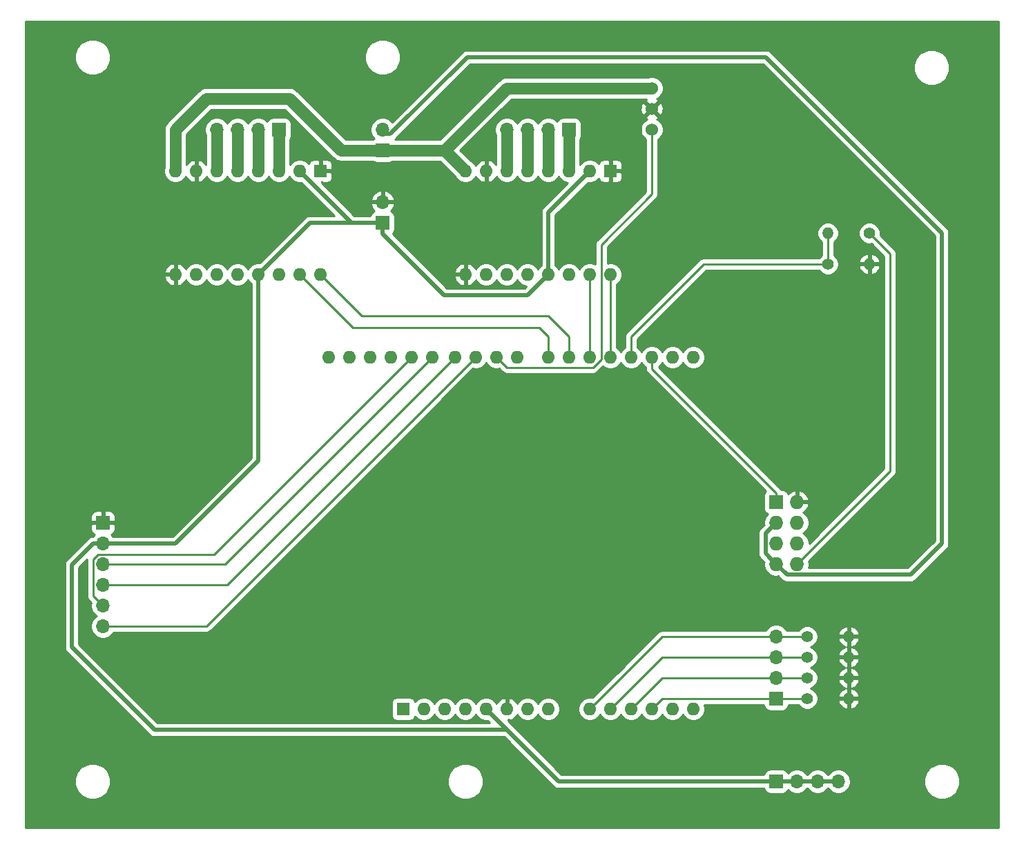
<source format=gbr>
G04 #@! TF.GenerationSoftware,KiCad,Pcbnew,(5.1.5)-3*
G04 #@! TF.CreationDate,2020-02-12T22:03:26+02:00*
G04 #@! TF.ProjectId,PCB,5043422e-6b69-4636-9164-5f7063625858,rev?*
G04 #@! TF.SameCoordinates,Original*
G04 #@! TF.FileFunction,Copper,L1,Top*
G04 #@! TF.FilePolarity,Positive*
%FSLAX46Y46*%
G04 Gerber Fmt 4.6, Leading zero omitted, Abs format (unit mm)*
G04 Created by KiCad (PCBNEW (5.1.5)-3) date 2020-02-12 22:03:26*
%MOMM*%
%LPD*%
G04 APERTURE LIST*
%ADD10O,1.600000X1.600000*%
%ADD11R,1.600000X1.600000*%
%ADD12O,1.700000X1.700000*%
%ADD13R,1.700000X1.700000*%
%ADD14C,1.524000*%
%ADD15O,1.400000X1.400000*%
%ADD16C,1.400000*%
%ADD17R,1.727200X1.727200*%
%ADD18O,1.727200X1.727200*%
%ADD19C,0.250000*%
%ADD20C,1.400000*%
%ADD21C,0.500000*%
%ADD22C,0.254000*%
G04 APERTURE END LIST*
D10*
X182880000Y-54610000D03*
X165100000Y-41910000D03*
X180340000Y-54610000D03*
X167640000Y-41910000D03*
X177800000Y-54610000D03*
X170180000Y-41910000D03*
X175260000Y-54610000D03*
X172720000Y-41910000D03*
X172720000Y-54610000D03*
X175260000Y-41910000D03*
X170180000Y-54610000D03*
X177800000Y-41910000D03*
X167640000Y-54610000D03*
X180340000Y-41910000D03*
X165100000Y-54610000D03*
D11*
X182880000Y-41910000D03*
D12*
X154940000Y-45720000D03*
D13*
X154940000Y-48260000D03*
D12*
X154940000Y-36830000D03*
D13*
X154940000Y-39370000D03*
D12*
X170180000Y-36830000D03*
X172720000Y-36830000D03*
X175260000Y-36830000D03*
D13*
X177800000Y-36830000D03*
D12*
X134620000Y-36830000D03*
X137160000Y-36830000D03*
X139700000Y-36830000D03*
D13*
X142240000Y-36830000D03*
D12*
X203200000Y-99060000D03*
X203200000Y-101600000D03*
X203200000Y-104140000D03*
D13*
X203200000Y-106680000D03*
D14*
X187960000Y-34290000D03*
X187960000Y-31750000D03*
X187960000Y-36830000D03*
D10*
X190500000Y-64770000D03*
X193040000Y-64770000D03*
X153420000Y-64770000D03*
X193040000Y-107950000D03*
X155960000Y-64770000D03*
X190500000Y-107950000D03*
X158500000Y-64770000D03*
X187960000Y-107950000D03*
X161040000Y-64770000D03*
X185420000Y-107950000D03*
X163830000Y-64770000D03*
X182880000Y-107950000D03*
X166370000Y-64770000D03*
X180340000Y-107950000D03*
X168910000Y-64770000D03*
X175260000Y-107950000D03*
X171450000Y-64770000D03*
X172720000Y-107950000D03*
X175260000Y-64770000D03*
X170180000Y-107950000D03*
X177800000Y-64770000D03*
X167640000Y-107950000D03*
X180340000Y-64770000D03*
X165100000Y-107950000D03*
X182880000Y-64770000D03*
X162560000Y-107950000D03*
X185420000Y-64770000D03*
X160020000Y-107950000D03*
X187960000Y-64770000D03*
D11*
X157480000Y-107950000D03*
D10*
X150880000Y-64770000D03*
X148340000Y-64770000D03*
D15*
X212090000Y-101600000D03*
D16*
X207010000Y-101600000D03*
D15*
X212090000Y-104140000D03*
D16*
X207010000Y-104140000D03*
D15*
X212090000Y-106680000D03*
D16*
X207010000Y-106680000D03*
D17*
X203200000Y-82550000D03*
D18*
X205740000Y-82550000D03*
X203200000Y-85090000D03*
X205740000Y-85090000D03*
X203200000Y-87630000D03*
X205740000Y-87630000D03*
X203200000Y-90170000D03*
X205740000Y-90170000D03*
D11*
X147320000Y-41910000D03*
D10*
X129540000Y-54610000D03*
X144780000Y-41910000D03*
X132080000Y-54610000D03*
X142240000Y-41910000D03*
X134620000Y-54610000D03*
X139700000Y-41910000D03*
X137160000Y-54610000D03*
X137160000Y-41910000D03*
X139700000Y-54610000D03*
X134620000Y-41910000D03*
X142240000Y-54610000D03*
X132080000Y-41910000D03*
X144780000Y-54610000D03*
X129540000Y-41910000D03*
X147320000Y-54610000D03*
D16*
X214630000Y-49530000D03*
D15*
X209550000Y-49530000D03*
X214630000Y-53340000D03*
D16*
X209550000Y-53340000D03*
D15*
X212090000Y-99060000D03*
D16*
X207010000Y-99060000D03*
D13*
X203200000Y-116840000D03*
D12*
X205740000Y-116840000D03*
X208280000Y-116840000D03*
X210820000Y-116840000D03*
D13*
X120650000Y-85090000D03*
D12*
X120650000Y-87630000D03*
X120650000Y-90170000D03*
X120650000Y-92710000D03*
X120650000Y-95250000D03*
X120650000Y-97790000D03*
D19*
X182880000Y-54610000D02*
X182880000Y-62230000D01*
X182880000Y-64770000D02*
X182880000Y-62230000D01*
D20*
X149860000Y-39370000D02*
X154940000Y-39370000D01*
X143510000Y-33020000D02*
X149860000Y-39370000D01*
X133350000Y-33020000D02*
X143510000Y-33020000D01*
X129540000Y-41910000D02*
X129540000Y-36830000D01*
X129540000Y-36830000D02*
X133350000Y-33020000D01*
X154940000Y-39370000D02*
X161100000Y-39370000D01*
X161100000Y-39370000D02*
X162560000Y-39370000D01*
X162560000Y-39370000D02*
X170180000Y-31750000D01*
X187960000Y-31750000D02*
X170180000Y-31750000D01*
X162560000Y-39370000D02*
X165100000Y-41910000D01*
D19*
X180340000Y-54610000D02*
X180340000Y-62230000D01*
X180340000Y-62230000D02*
X180340000Y-64770000D01*
D20*
X170180000Y-41910000D02*
X170180000Y-36830000D01*
D21*
X153765000Y-48260000D02*
X154940000Y-48260000D01*
X139700000Y-54610000D02*
X142240000Y-52070000D01*
X127000000Y-110490000D02*
X116840000Y-100330000D01*
X116840000Y-90237919D02*
X116840000Y-91440000D01*
X119447919Y-87630000D02*
X116840000Y-90237919D01*
X120650000Y-87630000D02*
X119447919Y-87630000D01*
X116840000Y-100330000D02*
X116840000Y-91440000D01*
X204470000Y-116840000D02*
X203200000Y-116840000D01*
X210820000Y-116840000D02*
X204470000Y-116840000D01*
X167640000Y-107950000D02*
X170180000Y-110490000D01*
X170180000Y-110490000D02*
X127000000Y-110490000D01*
X170180000Y-110490000D02*
X176530000Y-116840000D01*
X203200000Y-116840000D02*
X176530000Y-116840000D01*
X142240000Y-52070000D02*
X146050000Y-48260000D01*
X151130000Y-48260000D02*
X152400000Y-48260000D01*
X146050000Y-48260000D02*
X152400000Y-48260000D01*
X144780000Y-41910000D02*
X151130000Y-48260000D01*
X152400000Y-48260000D02*
X154940000Y-48260000D01*
X120650000Y-87630000D02*
X129540000Y-87630000D01*
X139700000Y-77470000D02*
X139700000Y-54610000D01*
X129540000Y-87630000D02*
X139700000Y-77470000D01*
X154940000Y-49610000D02*
X162480000Y-57150000D01*
X154940000Y-48260000D02*
X154940000Y-49610000D01*
X172720000Y-57150000D02*
X175260000Y-54610000D01*
X162480000Y-57150000D02*
X172720000Y-57150000D01*
X175260000Y-46990000D02*
X180340000Y-41910000D01*
X175260000Y-54610000D02*
X175260000Y-46990000D01*
D20*
X172720000Y-41910000D02*
X172720000Y-36830000D01*
X175260000Y-41910000D02*
X175260000Y-36830000D01*
X177800000Y-36830000D02*
X177800000Y-41910000D01*
X142240000Y-36830000D02*
X142240000Y-41910000D01*
X139700000Y-36830000D02*
X139700000Y-41910000D01*
X137160000Y-36830000D02*
X137160000Y-41910000D01*
X134620000Y-36830000D02*
X134620000Y-41910000D01*
D19*
X175260000Y-62230000D02*
X175260000Y-64770000D01*
X174134999Y-61104999D02*
X175260000Y-62230000D01*
X144780000Y-54610000D02*
X151274999Y-61104999D01*
X151274999Y-61104999D02*
X174134999Y-61104999D01*
X152400000Y-59690000D02*
X147320000Y-54610000D01*
X177800000Y-64770000D02*
X177800000Y-62230000D01*
X175260000Y-59690000D02*
X152400000Y-59690000D01*
X177800000Y-62230000D02*
X175260000Y-59690000D01*
X203200000Y-82550000D02*
X203200000Y-81436400D01*
X187960000Y-66196400D02*
X203200000Y-81436400D01*
X187960000Y-64770000D02*
X187960000Y-66196400D01*
X209550000Y-53340000D02*
X209550000Y-49530000D01*
X194310000Y-53340000D02*
X185420000Y-62230000D01*
X209550000Y-53340000D02*
X194310000Y-53340000D01*
X185420000Y-62230000D02*
X185420000Y-64770000D01*
X187960000Y-36830000D02*
X187960000Y-43180000D01*
X168910000Y-64770000D02*
X170180000Y-66040000D01*
X180735002Y-66040000D02*
X181754999Y-65020003D01*
X170180000Y-66040000D02*
X180735002Y-66040000D01*
X181754999Y-65020003D02*
X181754999Y-50944999D01*
X187960000Y-44739998D02*
X187960000Y-36830000D01*
X181754999Y-50944999D02*
X187960000Y-44739998D01*
X180340000Y-107950000D02*
X188880000Y-99410000D01*
X207010000Y-99060000D02*
X203200000Y-99060000D01*
X189230000Y-99060000D02*
X203200000Y-99060000D01*
X180340000Y-107950000D02*
X189230000Y-99060000D01*
X133350000Y-97790000D02*
X166370000Y-64770000D01*
X120650000Y-97790000D02*
X133350000Y-97790000D01*
X203200000Y-101600000D02*
X207010000Y-101600000D01*
X189230000Y-101600000D02*
X182880000Y-107950000D01*
X203200000Y-101600000D02*
X189230000Y-101600000D01*
X135890000Y-92710000D02*
X163830000Y-64770000D01*
X120650000Y-92710000D02*
X135890000Y-92710000D01*
X207010000Y-104140000D02*
X203200000Y-104140000D01*
X189230000Y-104140000D02*
X203200000Y-104140000D01*
X185420000Y-107950000D02*
X189230000Y-104140000D01*
X154690000Y-71120000D02*
X161040000Y-64770000D01*
X135640000Y-90170000D02*
X161040000Y-64770000D01*
X120650000Y-90170000D02*
X135640000Y-90170000D01*
X203200000Y-106680000D02*
X207010000Y-106680000D01*
X189230000Y-106680000D02*
X187960000Y-107950000D01*
X203200000Y-106680000D02*
X189230000Y-106680000D01*
X119800001Y-94400001D02*
X120650000Y-95250000D01*
X119474999Y-89605999D02*
X119474999Y-94074999D01*
X119474999Y-94074999D02*
X119800001Y-94400001D01*
X120085999Y-88994999D02*
X119474999Y-89605999D01*
X134275001Y-88994999D02*
X120085999Y-88994999D01*
X158500000Y-64770000D02*
X134275001Y-88994999D01*
D21*
X202336401Y-89306401D02*
X203200000Y-90170000D01*
X201886399Y-88856399D02*
X202336401Y-89306401D01*
X201886399Y-86403601D02*
X201886399Y-88856399D01*
X203200000Y-85090000D02*
X201886399Y-86403601D01*
X165324594Y-27940000D02*
X155894594Y-37370000D01*
X201930000Y-27940000D02*
X165324594Y-27940000D01*
X223520000Y-49530000D02*
X201930000Y-27940000D01*
X155894594Y-37370000D02*
X154940000Y-37370000D01*
X219666399Y-91483601D02*
X223520000Y-87630000D01*
X204513601Y-91483601D02*
X219666399Y-91483601D01*
X203200000Y-90170000D02*
X204513601Y-91483601D01*
X223520000Y-87630000D02*
X223520000Y-49530000D01*
D19*
X217170000Y-52070000D02*
X214630000Y-49530000D01*
X205740000Y-90170000D02*
X217170000Y-78740000D01*
X217170000Y-78740000D02*
X217170000Y-52070000D01*
D22*
G36*
X230480001Y-122530000D02*
G01*
X111150000Y-122530000D01*
X111150000Y-116619872D01*
X117145000Y-116619872D01*
X117145000Y-117060128D01*
X117230890Y-117491925D01*
X117399369Y-117898669D01*
X117643962Y-118264729D01*
X117955271Y-118576038D01*
X118321331Y-118820631D01*
X118728075Y-118989110D01*
X119159872Y-119075000D01*
X119600128Y-119075000D01*
X120031925Y-118989110D01*
X120438669Y-118820631D01*
X120804729Y-118576038D01*
X121116038Y-118264729D01*
X121360631Y-117898669D01*
X121529110Y-117491925D01*
X121615000Y-117060128D01*
X121615000Y-116619872D01*
X162865000Y-116619872D01*
X162865000Y-117060128D01*
X162950890Y-117491925D01*
X163119369Y-117898669D01*
X163363962Y-118264729D01*
X163675271Y-118576038D01*
X164041331Y-118820631D01*
X164448075Y-118989110D01*
X164879872Y-119075000D01*
X165320128Y-119075000D01*
X165751925Y-118989110D01*
X166158669Y-118820631D01*
X166524729Y-118576038D01*
X166836038Y-118264729D01*
X167080631Y-117898669D01*
X167249110Y-117491925D01*
X167335000Y-117060128D01*
X167335000Y-116619872D01*
X167249110Y-116188075D01*
X167080631Y-115781331D01*
X166836038Y-115415271D01*
X166524729Y-115103962D01*
X166158669Y-114859369D01*
X165751925Y-114690890D01*
X165320128Y-114605000D01*
X164879872Y-114605000D01*
X164448075Y-114690890D01*
X164041331Y-114859369D01*
X163675271Y-115103962D01*
X163363962Y-115415271D01*
X163119369Y-115781331D01*
X162950890Y-116188075D01*
X162865000Y-116619872D01*
X121615000Y-116619872D01*
X121529110Y-116188075D01*
X121360631Y-115781331D01*
X121116038Y-115415271D01*
X120804729Y-115103962D01*
X120438669Y-114859369D01*
X120031925Y-114690890D01*
X119600128Y-114605000D01*
X119159872Y-114605000D01*
X118728075Y-114690890D01*
X118321331Y-114859369D01*
X117955271Y-115103962D01*
X117643962Y-115415271D01*
X117399369Y-115781331D01*
X117230890Y-116188075D01*
X117145000Y-116619872D01*
X111150000Y-116619872D01*
X111150000Y-90237919D01*
X115950719Y-90237919D01*
X115955000Y-90281389D01*
X115955001Y-91396523D01*
X115955000Y-100286531D01*
X115950719Y-100330000D01*
X115955000Y-100373469D01*
X115955000Y-100373476D01*
X115967805Y-100503489D01*
X116018411Y-100670312D01*
X116100589Y-100824058D01*
X116211183Y-100958817D01*
X116244956Y-100986534D01*
X126343470Y-111085049D01*
X126371183Y-111118817D01*
X126404951Y-111146530D01*
X126404953Y-111146532D01*
X126505940Y-111229410D01*
X126505941Y-111229411D01*
X126659687Y-111311589D01*
X126826510Y-111362195D01*
X126956523Y-111375000D01*
X126956531Y-111375000D01*
X127000000Y-111379281D01*
X127043469Y-111375000D01*
X169813422Y-111375000D01*
X175873470Y-117435049D01*
X175901183Y-117468817D01*
X175934951Y-117496530D01*
X175934953Y-117496532D01*
X175992075Y-117543411D01*
X176035941Y-117579411D01*
X176189687Y-117661589D01*
X176356510Y-117712195D01*
X176486523Y-117725000D01*
X176486533Y-117725000D01*
X176529999Y-117729281D01*
X176573465Y-117725000D01*
X201715375Y-117725000D01*
X201724188Y-117814482D01*
X201760498Y-117934180D01*
X201819463Y-118044494D01*
X201898815Y-118141185D01*
X201995506Y-118220537D01*
X202105820Y-118279502D01*
X202225518Y-118315812D01*
X202350000Y-118328072D01*
X204050000Y-118328072D01*
X204174482Y-118315812D01*
X204294180Y-118279502D01*
X204404494Y-118220537D01*
X204501185Y-118141185D01*
X204580537Y-118044494D01*
X204639502Y-117934180D01*
X204661513Y-117861620D01*
X204793368Y-117993475D01*
X205036589Y-118155990D01*
X205306842Y-118267932D01*
X205593740Y-118325000D01*
X205886260Y-118325000D01*
X206173158Y-118267932D01*
X206443411Y-118155990D01*
X206686632Y-117993475D01*
X206893475Y-117786632D01*
X206934656Y-117725000D01*
X207085344Y-117725000D01*
X207126525Y-117786632D01*
X207333368Y-117993475D01*
X207576589Y-118155990D01*
X207846842Y-118267932D01*
X208133740Y-118325000D01*
X208426260Y-118325000D01*
X208713158Y-118267932D01*
X208983411Y-118155990D01*
X209226632Y-117993475D01*
X209433475Y-117786632D01*
X209474656Y-117725000D01*
X209625344Y-117725000D01*
X209666525Y-117786632D01*
X209873368Y-117993475D01*
X210116589Y-118155990D01*
X210386842Y-118267932D01*
X210673740Y-118325000D01*
X210966260Y-118325000D01*
X211253158Y-118267932D01*
X211523411Y-118155990D01*
X211766632Y-117993475D01*
X211973475Y-117786632D01*
X212135990Y-117543411D01*
X212247932Y-117273158D01*
X212305000Y-116986260D01*
X212305000Y-116693740D01*
X212290307Y-116619872D01*
X221285000Y-116619872D01*
X221285000Y-117060128D01*
X221370890Y-117491925D01*
X221539369Y-117898669D01*
X221783962Y-118264729D01*
X222095271Y-118576038D01*
X222461331Y-118820631D01*
X222868075Y-118989110D01*
X223299872Y-119075000D01*
X223740128Y-119075000D01*
X224171925Y-118989110D01*
X224578669Y-118820631D01*
X224944729Y-118576038D01*
X225256038Y-118264729D01*
X225500631Y-117898669D01*
X225669110Y-117491925D01*
X225755000Y-117060128D01*
X225755000Y-116619872D01*
X225669110Y-116188075D01*
X225500631Y-115781331D01*
X225256038Y-115415271D01*
X224944729Y-115103962D01*
X224578669Y-114859369D01*
X224171925Y-114690890D01*
X223740128Y-114605000D01*
X223299872Y-114605000D01*
X222868075Y-114690890D01*
X222461331Y-114859369D01*
X222095271Y-115103962D01*
X221783962Y-115415271D01*
X221539369Y-115781331D01*
X221370890Y-116188075D01*
X221285000Y-116619872D01*
X212290307Y-116619872D01*
X212247932Y-116406842D01*
X212135990Y-116136589D01*
X211973475Y-115893368D01*
X211766632Y-115686525D01*
X211523411Y-115524010D01*
X211253158Y-115412068D01*
X210966260Y-115355000D01*
X210673740Y-115355000D01*
X210386842Y-115412068D01*
X210116589Y-115524010D01*
X209873368Y-115686525D01*
X209666525Y-115893368D01*
X209625344Y-115955000D01*
X209474656Y-115955000D01*
X209433475Y-115893368D01*
X209226632Y-115686525D01*
X208983411Y-115524010D01*
X208713158Y-115412068D01*
X208426260Y-115355000D01*
X208133740Y-115355000D01*
X207846842Y-115412068D01*
X207576589Y-115524010D01*
X207333368Y-115686525D01*
X207126525Y-115893368D01*
X207085344Y-115955000D01*
X206934656Y-115955000D01*
X206893475Y-115893368D01*
X206686632Y-115686525D01*
X206443411Y-115524010D01*
X206173158Y-115412068D01*
X205886260Y-115355000D01*
X205593740Y-115355000D01*
X205306842Y-115412068D01*
X205036589Y-115524010D01*
X204793368Y-115686525D01*
X204661513Y-115818380D01*
X204639502Y-115745820D01*
X204580537Y-115635506D01*
X204501185Y-115538815D01*
X204404494Y-115459463D01*
X204294180Y-115400498D01*
X204174482Y-115364188D01*
X204050000Y-115351928D01*
X202350000Y-115351928D01*
X202225518Y-115364188D01*
X202105820Y-115400498D01*
X201995506Y-115459463D01*
X201898815Y-115538815D01*
X201819463Y-115635506D01*
X201760498Y-115745820D01*
X201724188Y-115865518D01*
X201715375Y-115955000D01*
X176896579Y-115955000D01*
X170836534Y-109894956D01*
X170808817Y-109861183D01*
X170775049Y-109833470D01*
X170307002Y-109365423D01*
X170307002Y-109219916D01*
X170529039Y-109341904D01*
X170663087Y-109301246D01*
X170917420Y-109181037D01*
X171143414Y-109013519D01*
X171332385Y-108805131D01*
X171443933Y-108619135D01*
X171448320Y-108629727D01*
X171605363Y-108864759D01*
X171805241Y-109064637D01*
X172040273Y-109221680D01*
X172301426Y-109329853D01*
X172578665Y-109385000D01*
X172861335Y-109385000D01*
X173138574Y-109329853D01*
X173399727Y-109221680D01*
X173634759Y-109064637D01*
X173834637Y-108864759D01*
X173990000Y-108632241D01*
X174145363Y-108864759D01*
X174345241Y-109064637D01*
X174580273Y-109221680D01*
X174841426Y-109329853D01*
X175118665Y-109385000D01*
X175401335Y-109385000D01*
X175678574Y-109329853D01*
X175939727Y-109221680D01*
X176174759Y-109064637D01*
X176374637Y-108864759D01*
X176531680Y-108629727D01*
X176639853Y-108368574D01*
X176695000Y-108091335D01*
X176695000Y-107808665D01*
X178905000Y-107808665D01*
X178905000Y-108091335D01*
X178960147Y-108368574D01*
X179068320Y-108629727D01*
X179225363Y-108864759D01*
X179425241Y-109064637D01*
X179660273Y-109221680D01*
X179921426Y-109329853D01*
X180198665Y-109385000D01*
X180481335Y-109385000D01*
X180758574Y-109329853D01*
X181019727Y-109221680D01*
X181254759Y-109064637D01*
X181454637Y-108864759D01*
X181610000Y-108632241D01*
X181765363Y-108864759D01*
X181965241Y-109064637D01*
X182200273Y-109221680D01*
X182461426Y-109329853D01*
X182738665Y-109385000D01*
X183021335Y-109385000D01*
X183298574Y-109329853D01*
X183559727Y-109221680D01*
X183794759Y-109064637D01*
X183994637Y-108864759D01*
X184150000Y-108632241D01*
X184305363Y-108864759D01*
X184505241Y-109064637D01*
X184740273Y-109221680D01*
X185001426Y-109329853D01*
X185278665Y-109385000D01*
X185561335Y-109385000D01*
X185838574Y-109329853D01*
X186099727Y-109221680D01*
X186334759Y-109064637D01*
X186534637Y-108864759D01*
X186690000Y-108632241D01*
X186845363Y-108864759D01*
X187045241Y-109064637D01*
X187280273Y-109221680D01*
X187541426Y-109329853D01*
X187818665Y-109385000D01*
X188101335Y-109385000D01*
X188378574Y-109329853D01*
X188639727Y-109221680D01*
X188874759Y-109064637D01*
X189074637Y-108864759D01*
X189230000Y-108632241D01*
X189385363Y-108864759D01*
X189585241Y-109064637D01*
X189820273Y-109221680D01*
X190081426Y-109329853D01*
X190358665Y-109385000D01*
X190641335Y-109385000D01*
X190918574Y-109329853D01*
X191179727Y-109221680D01*
X191414759Y-109064637D01*
X191614637Y-108864759D01*
X191770000Y-108632241D01*
X191925363Y-108864759D01*
X192125241Y-109064637D01*
X192360273Y-109221680D01*
X192621426Y-109329853D01*
X192898665Y-109385000D01*
X193181335Y-109385000D01*
X193458574Y-109329853D01*
X193719727Y-109221680D01*
X193954759Y-109064637D01*
X194154637Y-108864759D01*
X194311680Y-108629727D01*
X194419853Y-108368574D01*
X194475000Y-108091335D01*
X194475000Y-107808665D01*
X194419853Y-107531426D01*
X194381983Y-107440000D01*
X201711928Y-107440000D01*
X201711928Y-107530000D01*
X201724188Y-107654482D01*
X201760498Y-107774180D01*
X201819463Y-107884494D01*
X201898815Y-107981185D01*
X201995506Y-108060537D01*
X202105820Y-108119502D01*
X202225518Y-108155812D01*
X202350000Y-108168072D01*
X204050000Y-108168072D01*
X204174482Y-108155812D01*
X204294180Y-108119502D01*
X204404494Y-108060537D01*
X204501185Y-107981185D01*
X204580537Y-107884494D01*
X204639502Y-107774180D01*
X204675812Y-107654482D01*
X204688072Y-107530000D01*
X204688072Y-107440000D01*
X205912225Y-107440000D01*
X205973038Y-107531013D01*
X206158987Y-107716962D01*
X206377641Y-107863061D01*
X206620595Y-107963696D01*
X206878514Y-108015000D01*
X207141486Y-108015000D01*
X207399405Y-107963696D01*
X207642359Y-107863061D01*
X207861013Y-107716962D01*
X208046962Y-107531013D01*
X208193061Y-107312359D01*
X208293696Y-107069405D01*
X208304850Y-107013329D01*
X210797284Y-107013329D01*
X210829953Y-107121044D01*
X210940208Y-107358392D01*
X211094649Y-107569670D01*
X211287340Y-107746759D01*
X211510877Y-107882853D01*
X211756670Y-107972722D01*
X211963000Y-107850201D01*
X211963000Y-106807000D01*
X212217000Y-106807000D01*
X212217000Y-107850201D01*
X212423330Y-107972722D01*
X212669123Y-107882853D01*
X212892660Y-107746759D01*
X213085351Y-107569670D01*
X213239792Y-107358392D01*
X213350047Y-107121044D01*
X213382716Y-107013329D01*
X213259374Y-106807000D01*
X212217000Y-106807000D01*
X211963000Y-106807000D01*
X210920626Y-106807000D01*
X210797284Y-107013329D01*
X208304850Y-107013329D01*
X208345000Y-106811486D01*
X208345000Y-106548514D01*
X208293696Y-106290595D01*
X208193061Y-106047641D01*
X208046962Y-105828987D01*
X207861013Y-105643038D01*
X207642359Y-105496939D01*
X207432470Y-105410000D01*
X207642359Y-105323061D01*
X207861013Y-105176962D01*
X208046962Y-104991013D01*
X208193061Y-104772359D01*
X208293696Y-104529405D01*
X208304850Y-104473329D01*
X210797284Y-104473329D01*
X210829953Y-104581044D01*
X210940208Y-104818392D01*
X211094649Y-105029670D01*
X211287340Y-105206759D01*
X211510877Y-105342853D01*
X211694525Y-105410000D01*
X211510877Y-105477147D01*
X211287340Y-105613241D01*
X211094649Y-105790330D01*
X210940208Y-106001608D01*
X210829953Y-106238956D01*
X210797284Y-106346671D01*
X210920626Y-106553000D01*
X211963000Y-106553000D01*
X211963000Y-105509799D01*
X211794935Y-105410000D01*
X211963000Y-105310201D01*
X211963000Y-104267000D01*
X212217000Y-104267000D01*
X212217000Y-105310201D01*
X212385065Y-105410000D01*
X212217000Y-105509799D01*
X212217000Y-106553000D01*
X213259374Y-106553000D01*
X213382716Y-106346671D01*
X213350047Y-106238956D01*
X213239792Y-106001608D01*
X213085351Y-105790330D01*
X212892660Y-105613241D01*
X212669123Y-105477147D01*
X212485475Y-105410000D01*
X212669123Y-105342853D01*
X212892660Y-105206759D01*
X213085351Y-105029670D01*
X213239792Y-104818392D01*
X213350047Y-104581044D01*
X213382716Y-104473329D01*
X213259374Y-104267000D01*
X212217000Y-104267000D01*
X211963000Y-104267000D01*
X210920626Y-104267000D01*
X210797284Y-104473329D01*
X208304850Y-104473329D01*
X208345000Y-104271486D01*
X208345000Y-104008514D01*
X208293696Y-103750595D01*
X208193061Y-103507641D01*
X208046962Y-103288987D01*
X207861013Y-103103038D01*
X207642359Y-102956939D01*
X207432470Y-102870000D01*
X207642359Y-102783061D01*
X207861013Y-102636962D01*
X208046962Y-102451013D01*
X208193061Y-102232359D01*
X208293696Y-101989405D01*
X208304850Y-101933329D01*
X210797284Y-101933329D01*
X210829953Y-102041044D01*
X210940208Y-102278392D01*
X211094649Y-102489670D01*
X211287340Y-102666759D01*
X211510877Y-102802853D01*
X211694525Y-102870000D01*
X211510877Y-102937147D01*
X211287340Y-103073241D01*
X211094649Y-103250330D01*
X210940208Y-103461608D01*
X210829953Y-103698956D01*
X210797284Y-103806671D01*
X210920626Y-104013000D01*
X211963000Y-104013000D01*
X211963000Y-102969799D01*
X211794935Y-102870000D01*
X211963000Y-102770201D01*
X211963000Y-101727000D01*
X212217000Y-101727000D01*
X212217000Y-102770201D01*
X212385065Y-102870000D01*
X212217000Y-102969799D01*
X212217000Y-104013000D01*
X213259374Y-104013000D01*
X213382716Y-103806671D01*
X213350047Y-103698956D01*
X213239792Y-103461608D01*
X213085351Y-103250330D01*
X212892660Y-103073241D01*
X212669123Y-102937147D01*
X212485475Y-102870000D01*
X212669123Y-102802853D01*
X212892660Y-102666759D01*
X213085351Y-102489670D01*
X213239792Y-102278392D01*
X213350047Y-102041044D01*
X213382716Y-101933329D01*
X213259374Y-101727000D01*
X212217000Y-101727000D01*
X211963000Y-101727000D01*
X210920626Y-101727000D01*
X210797284Y-101933329D01*
X208304850Y-101933329D01*
X208345000Y-101731486D01*
X208345000Y-101468514D01*
X208293696Y-101210595D01*
X208193061Y-100967641D01*
X208046962Y-100748987D01*
X207861013Y-100563038D01*
X207642359Y-100416939D01*
X207432470Y-100330000D01*
X207642359Y-100243061D01*
X207861013Y-100096962D01*
X208046962Y-99911013D01*
X208193061Y-99692359D01*
X208293696Y-99449405D01*
X208304850Y-99393329D01*
X210797284Y-99393329D01*
X210829953Y-99501044D01*
X210940208Y-99738392D01*
X211094649Y-99949670D01*
X211287340Y-100126759D01*
X211510877Y-100262853D01*
X211694525Y-100330000D01*
X211510877Y-100397147D01*
X211287340Y-100533241D01*
X211094649Y-100710330D01*
X210940208Y-100921608D01*
X210829953Y-101158956D01*
X210797284Y-101266671D01*
X210920626Y-101473000D01*
X211963000Y-101473000D01*
X211963000Y-100429799D01*
X211794935Y-100330000D01*
X211963000Y-100230201D01*
X211963000Y-99187000D01*
X212217000Y-99187000D01*
X212217000Y-100230201D01*
X212385065Y-100330000D01*
X212217000Y-100429799D01*
X212217000Y-101473000D01*
X213259374Y-101473000D01*
X213382716Y-101266671D01*
X213350047Y-101158956D01*
X213239792Y-100921608D01*
X213085351Y-100710330D01*
X212892660Y-100533241D01*
X212669123Y-100397147D01*
X212485475Y-100330000D01*
X212669123Y-100262853D01*
X212892660Y-100126759D01*
X213085351Y-99949670D01*
X213239792Y-99738392D01*
X213350047Y-99501044D01*
X213382716Y-99393329D01*
X213259374Y-99187000D01*
X212217000Y-99187000D01*
X211963000Y-99187000D01*
X210920626Y-99187000D01*
X210797284Y-99393329D01*
X208304850Y-99393329D01*
X208345000Y-99191486D01*
X208345000Y-98928514D01*
X208304851Y-98726671D01*
X210797284Y-98726671D01*
X210920626Y-98933000D01*
X211963000Y-98933000D01*
X211963000Y-97889799D01*
X212217000Y-97889799D01*
X212217000Y-98933000D01*
X213259374Y-98933000D01*
X213382716Y-98726671D01*
X213350047Y-98618956D01*
X213239792Y-98381608D01*
X213085351Y-98170330D01*
X212892660Y-97993241D01*
X212669123Y-97857147D01*
X212423330Y-97767278D01*
X212217000Y-97889799D01*
X211963000Y-97889799D01*
X211756670Y-97767278D01*
X211510877Y-97857147D01*
X211287340Y-97993241D01*
X211094649Y-98170330D01*
X210940208Y-98381608D01*
X210829953Y-98618956D01*
X210797284Y-98726671D01*
X208304851Y-98726671D01*
X208293696Y-98670595D01*
X208193061Y-98427641D01*
X208046962Y-98208987D01*
X207861013Y-98023038D01*
X207642359Y-97876939D01*
X207399405Y-97776304D01*
X207141486Y-97725000D01*
X206878514Y-97725000D01*
X206620595Y-97776304D01*
X206377641Y-97876939D01*
X206158987Y-98023038D01*
X205973038Y-98208987D01*
X205912225Y-98300000D01*
X204478178Y-98300000D01*
X204353475Y-98113368D01*
X204146632Y-97906525D01*
X203903411Y-97744010D01*
X203633158Y-97632068D01*
X203346260Y-97575000D01*
X203053740Y-97575000D01*
X202766842Y-97632068D01*
X202496589Y-97744010D01*
X202253368Y-97906525D01*
X202046525Y-98113368D01*
X201921822Y-98300000D01*
X189267333Y-98300000D01*
X189230000Y-98296323D01*
X189192667Y-98300000D01*
X189081014Y-98310997D01*
X188937753Y-98354454D01*
X188805724Y-98425026D01*
X188689999Y-98519999D01*
X188666201Y-98548997D01*
X188368997Y-98846201D01*
X184021831Y-103193368D01*
X180663887Y-106551312D01*
X180481335Y-106515000D01*
X180198665Y-106515000D01*
X179921426Y-106570147D01*
X179660273Y-106678320D01*
X179425241Y-106835363D01*
X179225363Y-107035241D01*
X179068320Y-107270273D01*
X178960147Y-107531426D01*
X178905000Y-107808665D01*
X176695000Y-107808665D01*
X176639853Y-107531426D01*
X176531680Y-107270273D01*
X176374637Y-107035241D01*
X176174759Y-106835363D01*
X175939727Y-106678320D01*
X175678574Y-106570147D01*
X175401335Y-106515000D01*
X175118665Y-106515000D01*
X174841426Y-106570147D01*
X174580273Y-106678320D01*
X174345241Y-106835363D01*
X174145363Y-107035241D01*
X173990000Y-107267759D01*
X173834637Y-107035241D01*
X173634759Y-106835363D01*
X173399727Y-106678320D01*
X173138574Y-106570147D01*
X172861335Y-106515000D01*
X172578665Y-106515000D01*
X172301426Y-106570147D01*
X172040273Y-106678320D01*
X171805241Y-106835363D01*
X171605363Y-107035241D01*
X171448320Y-107270273D01*
X171443933Y-107280865D01*
X171332385Y-107094869D01*
X171143414Y-106886481D01*
X170917420Y-106718963D01*
X170663087Y-106598754D01*
X170529039Y-106558096D01*
X170307000Y-106680085D01*
X170307000Y-107823000D01*
X170327000Y-107823000D01*
X170327000Y-108077000D01*
X170307000Y-108077000D01*
X170307000Y-108097000D01*
X170053000Y-108097000D01*
X170053000Y-108077000D01*
X170033000Y-108077000D01*
X170033000Y-107823000D01*
X170053000Y-107823000D01*
X170053000Y-106680085D01*
X169830961Y-106558096D01*
X169696913Y-106598754D01*
X169442580Y-106718963D01*
X169216586Y-106886481D01*
X169027615Y-107094869D01*
X168916067Y-107280865D01*
X168911680Y-107270273D01*
X168754637Y-107035241D01*
X168554759Y-106835363D01*
X168319727Y-106678320D01*
X168058574Y-106570147D01*
X167781335Y-106515000D01*
X167498665Y-106515000D01*
X167221426Y-106570147D01*
X166960273Y-106678320D01*
X166725241Y-106835363D01*
X166525363Y-107035241D01*
X166370000Y-107267759D01*
X166214637Y-107035241D01*
X166014759Y-106835363D01*
X165779727Y-106678320D01*
X165518574Y-106570147D01*
X165241335Y-106515000D01*
X164958665Y-106515000D01*
X164681426Y-106570147D01*
X164420273Y-106678320D01*
X164185241Y-106835363D01*
X163985363Y-107035241D01*
X163830000Y-107267759D01*
X163674637Y-107035241D01*
X163474759Y-106835363D01*
X163239727Y-106678320D01*
X162978574Y-106570147D01*
X162701335Y-106515000D01*
X162418665Y-106515000D01*
X162141426Y-106570147D01*
X161880273Y-106678320D01*
X161645241Y-106835363D01*
X161445363Y-107035241D01*
X161290000Y-107267759D01*
X161134637Y-107035241D01*
X160934759Y-106835363D01*
X160699727Y-106678320D01*
X160438574Y-106570147D01*
X160161335Y-106515000D01*
X159878665Y-106515000D01*
X159601426Y-106570147D01*
X159340273Y-106678320D01*
X159105241Y-106835363D01*
X158906643Y-107033961D01*
X158905812Y-107025518D01*
X158869502Y-106905820D01*
X158810537Y-106795506D01*
X158731185Y-106698815D01*
X158634494Y-106619463D01*
X158524180Y-106560498D01*
X158404482Y-106524188D01*
X158280000Y-106511928D01*
X156680000Y-106511928D01*
X156555518Y-106524188D01*
X156435820Y-106560498D01*
X156325506Y-106619463D01*
X156228815Y-106698815D01*
X156149463Y-106795506D01*
X156090498Y-106905820D01*
X156054188Y-107025518D01*
X156041928Y-107150000D01*
X156041928Y-108750000D01*
X156054188Y-108874482D01*
X156090498Y-108994180D01*
X156149463Y-109104494D01*
X156228815Y-109201185D01*
X156325506Y-109280537D01*
X156435820Y-109339502D01*
X156555518Y-109375812D01*
X156680000Y-109388072D01*
X158280000Y-109388072D01*
X158404482Y-109375812D01*
X158524180Y-109339502D01*
X158634494Y-109280537D01*
X158731185Y-109201185D01*
X158810537Y-109104494D01*
X158869502Y-108994180D01*
X158905812Y-108874482D01*
X158906643Y-108866039D01*
X159105241Y-109064637D01*
X159340273Y-109221680D01*
X159601426Y-109329853D01*
X159878665Y-109385000D01*
X160161335Y-109385000D01*
X160438574Y-109329853D01*
X160699727Y-109221680D01*
X160934759Y-109064637D01*
X161134637Y-108864759D01*
X161290000Y-108632241D01*
X161445363Y-108864759D01*
X161645241Y-109064637D01*
X161880273Y-109221680D01*
X162141426Y-109329853D01*
X162418665Y-109385000D01*
X162701335Y-109385000D01*
X162978574Y-109329853D01*
X163239727Y-109221680D01*
X163474759Y-109064637D01*
X163674637Y-108864759D01*
X163830000Y-108632241D01*
X163985363Y-108864759D01*
X164185241Y-109064637D01*
X164420273Y-109221680D01*
X164681426Y-109329853D01*
X164958665Y-109385000D01*
X165241335Y-109385000D01*
X165518574Y-109329853D01*
X165779727Y-109221680D01*
X166014759Y-109064637D01*
X166214637Y-108864759D01*
X166370000Y-108632241D01*
X166525363Y-108864759D01*
X166725241Y-109064637D01*
X166960273Y-109221680D01*
X167221426Y-109329853D01*
X167498665Y-109385000D01*
X167781335Y-109385000D01*
X167816439Y-109378017D01*
X168043422Y-109605000D01*
X127366579Y-109605000D01*
X117725000Y-99963422D01*
X117725000Y-90604497D01*
X118712415Y-89617083D01*
X118714999Y-89643322D01*
X118715000Y-94037667D01*
X118711323Y-94074999D01*
X118725997Y-94223984D01*
X118769453Y-94367245D01*
X118840025Y-94499275D01*
X118911200Y-94586001D01*
X118934999Y-94615000D01*
X118963997Y-94638798D01*
X119208791Y-94883592D01*
X119165000Y-95103740D01*
X119165000Y-95396260D01*
X119222068Y-95683158D01*
X119334010Y-95953411D01*
X119496525Y-96196632D01*
X119703368Y-96403475D01*
X119877760Y-96520000D01*
X119703368Y-96636525D01*
X119496525Y-96843368D01*
X119334010Y-97086589D01*
X119222068Y-97356842D01*
X119165000Y-97643740D01*
X119165000Y-97936260D01*
X119222068Y-98223158D01*
X119334010Y-98493411D01*
X119496525Y-98736632D01*
X119703368Y-98943475D01*
X119946589Y-99105990D01*
X120216842Y-99217932D01*
X120503740Y-99275000D01*
X120796260Y-99275000D01*
X121083158Y-99217932D01*
X121353411Y-99105990D01*
X121596632Y-98943475D01*
X121803475Y-98736632D01*
X121928178Y-98550000D01*
X133312678Y-98550000D01*
X133350000Y-98553676D01*
X133387322Y-98550000D01*
X133387333Y-98550000D01*
X133498986Y-98539003D01*
X133642247Y-98495546D01*
X133774276Y-98424974D01*
X133890001Y-98330001D01*
X133913804Y-98300997D01*
X166046114Y-66168688D01*
X166228665Y-66205000D01*
X166511335Y-66205000D01*
X166788574Y-66149853D01*
X167049727Y-66041680D01*
X167284759Y-65884637D01*
X167484637Y-65684759D01*
X167640000Y-65452241D01*
X167795363Y-65684759D01*
X167995241Y-65884637D01*
X168230273Y-66041680D01*
X168491426Y-66149853D01*
X168768665Y-66205000D01*
X169051335Y-66205000D01*
X169233886Y-66168688D01*
X169616201Y-66551003D01*
X169639999Y-66580001D01*
X169755724Y-66674974D01*
X169887753Y-66745546D01*
X170031014Y-66789003D01*
X170142667Y-66800000D01*
X170142676Y-66800000D01*
X170179999Y-66803676D01*
X170217322Y-66800000D01*
X180697680Y-66800000D01*
X180735002Y-66803676D01*
X180772324Y-66800000D01*
X180772335Y-66800000D01*
X180883988Y-66789003D01*
X181027249Y-66745546D01*
X181159278Y-66674974D01*
X181275003Y-66580001D01*
X181298806Y-66550998D01*
X181965204Y-65884600D01*
X181965241Y-65884637D01*
X182200273Y-66041680D01*
X182461426Y-66149853D01*
X182738665Y-66205000D01*
X183021335Y-66205000D01*
X183298574Y-66149853D01*
X183559727Y-66041680D01*
X183794759Y-65884637D01*
X183994637Y-65684759D01*
X184150000Y-65452241D01*
X184305363Y-65684759D01*
X184505241Y-65884637D01*
X184740273Y-66041680D01*
X185001426Y-66149853D01*
X185278665Y-66205000D01*
X185561335Y-66205000D01*
X185838574Y-66149853D01*
X186099727Y-66041680D01*
X186334759Y-65884637D01*
X186534637Y-65684759D01*
X186690000Y-65452241D01*
X186845363Y-65684759D01*
X187045241Y-65884637D01*
X187200001Y-65988044D01*
X187200001Y-66159068D01*
X187196324Y-66196400D01*
X187210998Y-66345385D01*
X187254454Y-66488646D01*
X187325026Y-66620676D01*
X187369587Y-66674973D01*
X187420000Y-66736401D01*
X187448998Y-66760199D01*
X201906525Y-81217727D01*
X201885215Y-81235215D01*
X201805863Y-81331906D01*
X201746898Y-81442220D01*
X201710588Y-81561918D01*
X201698328Y-81686400D01*
X201698328Y-83413600D01*
X201710588Y-83538082D01*
X201746898Y-83657780D01*
X201805863Y-83768094D01*
X201885215Y-83864785D01*
X201981906Y-83944137D01*
X202092220Y-84003102D01*
X202150023Y-84020636D01*
X202035961Y-84134698D01*
X201871958Y-84380147D01*
X201758990Y-84652875D01*
X201701400Y-84942401D01*
X201701400Y-85237599D01*
X201717895Y-85320526D01*
X201291355Y-85747067D01*
X201257582Y-85774784D01*
X201146988Y-85909543D01*
X201064810Y-86063289D01*
X201014204Y-86230112D01*
X201001399Y-86360125D01*
X201001399Y-86360132D01*
X200997118Y-86403601D01*
X201001399Y-86447070D01*
X201001400Y-88812920D01*
X200997118Y-88856399D01*
X201014204Y-89029889D01*
X201064811Y-89196712D01*
X201146989Y-89350458D01*
X201229867Y-89451445D01*
X201229870Y-89451448D01*
X201257583Y-89485216D01*
X201291351Y-89512929D01*
X201717895Y-89939473D01*
X201701400Y-90022401D01*
X201701400Y-90317599D01*
X201758990Y-90607125D01*
X201871958Y-90879853D01*
X202035961Y-91125302D01*
X202244698Y-91334039D01*
X202490147Y-91498042D01*
X202762875Y-91611010D01*
X203052401Y-91668600D01*
X203347599Y-91668600D01*
X203430526Y-91652105D01*
X203857071Y-92078650D01*
X203884784Y-92112418D01*
X203918552Y-92140131D01*
X203918554Y-92140133D01*
X203954946Y-92169999D01*
X204019542Y-92223012D01*
X204173288Y-92305190D01*
X204340111Y-92355796D01*
X204470124Y-92368601D01*
X204470134Y-92368601D01*
X204513600Y-92372882D01*
X204557066Y-92368601D01*
X219622930Y-92368601D01*
X219666399Y-92372882D01*
X219709868Y-92368601D01*
X219709876Y-92368601D01*
X219839889Y-92355796D01*
X220006712Y-92305190D01*
X220160458Y-92223012D01*
X220295216Y-92112418D01*
X220322933Y-92078645D01*
X224115050Y-88286529D01*
X224148817Y-88258817D01*
X224197197Y-88199867D01*
X224259411Y-88124059D01*
X224263190Y-88116989D01*
X224341589Y-87970313D01*
X224392195Y-87803490D01*
X224405000Y-87673477D01*
X224405000Y-87673469D01*
X224409281Y-87630000D01*
X224405000Y-87586531D01*
X224405000Y-49573469D01*
X224409281Y-49530000D01*
X224405000Y-49486531D01*
X224405000Y-49486523D01*
X224392195Y-49356510D01*
X224341589Y-49189687D01*
X224259411Y-49035941D01*
X224214472Y-48981183D01*
X224176532Y-48934953D01*
X224176530Y-48934951D01*
X224148817Y-48901183D01*
X224115049Y-48873470D01*
X204231451Y-28989872D01*
X220015000Y-28989872D01*
X220015000Y-29430128D01*
X220100890Y-29861925D01*
X220269369Y-30268669D01*
X220513962Y-30634729D01*
X220825271Y-30946038D01*
X221191331Y-31190631D01*
X221598075Y-31359110D01*
X222029872Y-31445000D01*
X222470128Y-31445000D01*
X222901925Y-31359110D01*
X223308669Y-31190631D01*
X223674729Y-30946038D01*
X223986038Y-30634729D01*
X224230631Y-30268669D01*
X224399110Y-29861925D01*
X224485000Y-29430128D01*
X224485000Y-28989872D01*
X224399110Y-28558075D01*
X224230631Y-28151331D01*
X223986038Y-27785271D01*
X223674729Y-27473962D01*
X223308669Y-27229369D01*
X222901925Y-27060890D01*
X222470128Y-26975000D01*
X222029872Y-26975000D01*
X221598075Y-27060890D01*
X221191331Y-27229369D01*
X220825271Y-27473962D01*
X220513962Y-27785271D01*
X220269369Y-28151331D01*
X220100890Y-28558075D01*
X220015000Y-28989872D01*
X204231451Y-28989872D01*
X202586534Y-27344956D01*
X202558817Y-27311183D01*
X202424059Y-27200589D01*
X202270313Y-27118411D01*
X202103490Y-27067805D01*
X201973477Y-27055000D01*
X201973469Y-27055000D01*
X201930000Y-27050719D01*
X201886531Y-27055000D01*
X165368063Y-27055000D01*
X165324594Y-27050719D01*
X165281125Y-27055000D01*
X165281117Y-27055000D01*
X165151104Y-27067805D01*
X164984281Y-27118411D01*
X164830535Y-27200589D01*
X164729547Y-27283468D01*
X164729545Y-27283470D01*
X164695777Y-27311183D01*
X164668064Y-27344951D01*
X156107964Y-35905052D01*
X156093475Y-35883368D01*
X155886632Y-35676525D01*
X155643411Y-35514010D01*
X155373158Y-35402068D01*
X155086260Y-35345000D01*
X154793740Y-35345000D01*
X154506842Y-35402068D01*
X154236589Y-35514010D01*
X153993368Y-35676525D01*
X153786525Y-35883368D01*
X153624010Y-36126589D01*
X153512068Y-36396842D01*
X153455000Y-36683740D01*
X153455000Y-36976260D01*
X153512068Y-37263158D01*
X153624010Y-37533411D01*
X153786525Y-37776632D01*
X153918380Y-37908487D01*
X153845820Y-37930498D01*
X153735506Y-37989463D01*
X153680019Y-38035000D01*
X150412975Y-38035000D01*
X144500366Y-32122392D01*
X144458555Y-32071445D01*
X144255275Y-31904618D01*
X144023354Y-31780653D01*
X143771706Y-31704317D01*
X143575579Y-31685000D01*
X143510000Y-31678541D01*
X143444421Y-31685000D01*
X133415579Y-31685000D01*
X133350000Y-31678541D01*
X133284421Y-31685000D01*
X133088294Y-31704317D01*
X132836646Y-31780653D01*
X132604725Y-31904618D01*
X132401445Y-32071445D01*
X132359639Y-32122386D01*
X128642387Y-35839639D01*
X128591446Y-35881445D01*
X128462633Y-36038404D01*
X128424618Y-36084726D01*
X128300654Y-36316646D01*
X128224317Y-36568295D01*
X128198541Y-36830000D01*
X128205001Y-36895588D01*
X128205000Y-41383141D01*
X128160147Y-41491426D01*
X128105000Y-41768665D01*
X128105000Y-42051335D01*
X128160147Y-42328574D01*
X128268320Y-42589727D01*
X128425363Y-42824759D01*
X128625241Y-43024637D01*
X128860273Y-43181680D01*
X129121426Y-43289853D01*
X129398665Y-43345000D01*
X129681335Y-43345000D01*
X129958574Y-43289853D01*
X130219727Y-43181680D01*
X130454759Y-43024637D01*
X130654637Y-42824759D01*
X130811680Y-42589727D01*
X130816067Y-42579135D01*
X130927615Y-42765131D01*
X131116586Y-42973519D01*
X131342580Y-43141037D01*
X131596913Y-43261246D01*
X131730961Y-43301904D01*
X131953000Y-43179915D01*
X131953000Y-42037000D01*
X131933000Y-42037000D01*
X131933000Y-41783000D01*
X131953000Y-41783000D01*
X131953000Y-40640085D01*
X131730961Y-40518096D01*
X131596913Y-40558754D01*
X131342580Y-40678963D01*
X131116586Y-40846481D01*
X130927615Y-41054869D01*
X130875000Y-41142600D01*
X130875000Y-37382974D01*
X133902975Y-34355000D01*
X142957026Y-34355000D01*
X148869639Y-40267614D01*
X148911445Y-40318555D01*
X149114725Y-40485382D01*
X149346646Y-40609347D01*
X149576141Y-40678963D01*
X149598294Y-40685683D01*
X149859999Y-40711459D01*
X149925578Y-40705000D01*
X153680019Y-40705000D01*
X153735506Y-40750537D01*
X153845820Y-40809502D01*
X153965518Y-40845812D01*
X154090000Y-40858072D01*
X155790000Y-40858072D01*
X155914482Y-40845812D01*
X156034180Y-40809502D01*
X156144494Y-40750537D01*
X156199981Y-40705000D01*
X162007026Y-40705000D01*
X163783467Y-42481442D01*
X163828320Y-42589727D01*
X163985363Y-42824759D01*
X164185241Y-43024637D01*
X164420273Y-43181680D01*
X164681426Y-43289853D01*
X164958665Y-43345000D01*
X165241335Y-43345000D01*
X165518574Y-43289853D01*
X165779727Y-43181680D01*
X166014759Y-43024637D01*
X166214637Y-42824759D01*
X166371680Y-42589727D01*
X166376067Y-42579135D01*
X166487615Y-42765131D01*
X166676586Y-42973519D01*
X166902580Y-43141037D01*
X167156913Y-43261246D01*
X167290961Y-43301904D01*
X167513000Y-43179915D01*
X167513000Y-42037000D01*
X167493000Y-42037000D01*
X167493000Y-41783000D01*
X167513000Y-41783000D01*
X167513000Y-40640085D01*
X167290961Y-40518096D01*
X167156913Y-40558754D01*
X166902580Y-40678963D01*
X166676586Y-40846481D01*
X166487615Y-41054869D01*
X166376067Y-41240865D01*
X166371680Y-41230273D01*
X166214637Y-40995241D01*
X166014759Y-40795363D01*
X165779727Y-40638320D01*
X165671442Y-40593467D01*
X164447974Y-39370000D01*
X169455957Y-34362017D01*
X186558090Y-34362017D01*
X186599078Y-34634133D01*
X186692364Y-34893023D01*
X186754344Y-35008980D01*
X186994435Y-35075960D01*
X187780395Y-34290000D01*
X188139605Y-34290000D01*
X188925565Y-35075960D01*
X189165656Y-35008980D01*
X189282756Y-34759952D01*
X189349023Y-34492865D01*
X189361910Y-34217983D01*
X189320922Y-33945867D01*
X189227636Y-33686977D01*
X189165656Y-33571020D01*
X188925565Y-33504040D01*
X188139605Y-34290000D01*
X187780395Y-34290000D01*
X186994435Y-33504040D01*
X186754344Y-33571020D01*
X186637244Y-33820048D01*
X186570977Y-34087135D01*
X186558090Y-34362017D01*
X169455957Y-34362017D01*
X170732975Y-33085000D01*
X187240837Y-33085000D01*
X187174040Y-33324435D01*
X187960000Y-34110395D01*
X188745960Y-33324435D01*
X188678980Y-33084344D01*
X188543240Y-33020515D01*
X188621727Y-32988005D01*
X188850535Y-32835120D01*
X189045120Y-32640535D01*
X189198005Y-32411727D01*
X189303314Y-32157490D01*
X189357000Y-31887592D01*
X189357000Y-31612408D01*
X189303314Y-31342510D01*
X189198005Y-31088273D01*
X189045120Y-30859465D01*
X188850535Y-30664880D01*
X188621727Y-30511995D01*
X188367490Y-30406686D01*
X188097592Y-30353000D01*
X187822408Y-30353000D01*
X187552510Y-30406686D01*
X187532438Y-30415000D01*
X170245575Y-30415000D01*
X170179999Y-30408541D01*
X170114423Y-30415000D01*
X170114421Y-30415000D01*
X169918294Y-30434317D01*
X169666646Y-30510653D01*
X169434725Y-30634618D01*
X169231445Y-30801445D01*
X169189639Y-30852386D01*
X162007026Y-38035000D01*
X156479322Y-38035000D01*
X156523411Y-37998817D01*
X156551128Y-37965044D01*
X165691173Y-28825000D01*
X201563422Y-28825000D01*
X222635001Y-49896580D01*
X222635000Y-87263421D01*
X219299821Y-90598601D01*
X207182706Y-90598601D01*
X207238600Y-90317599D01*
X207238600Y-90022401D01*
X207192776Y-89792025D01*
X217681004Y-79303798D01*
X217710001Y-79280001D01*
X217736332Y-79247917D01*
X217804974Y-79164277D01*
X217875546Y-79032247D01*
X217875546Y-79032246D01*
X217919003Y-78888986D01*
X217930000Y-78777333D01*
X217930000Y-78777323D01*
X217933676Y-78740001D01*
X217930000Y-78702678D01*
X217930000Y-52107322D01*
X217933676Y-52069999D01*
X217930000Y-52032676D01*
X217930000Y-52032667D01*
X217919003Y-51921014D01*
X217875546Y-51777753D01*
X217804974Y-51645724D01*
X217751014Y-51579973D01*
X217733799Y-51558996D01*
X217733795Y-51558992D01*
X217710001Y-51529999D01*
X217681008Y-51506205D01*
X215943645Y-49768843D01*
X215965000Y-49661486D01*
X215965000Y-49398514D01*
X215913696Y-49140595D01*
X215813061Y-48897641D01*
X215666962Y-48678987D01*
X215481013Y-48493038D01*
X215262359Y-48346939D01*
X215019405Y-48246304D01*
X214761486Y-48195000D01*
X214498514Y-48195000D01*
X214240595Y-48246304D01*
X213997641Y-48346939D01*
X213778987Y-48493038D01*
X213593038Y-48678987D01*
X213446939Y-48897641D01*
X213346304Y-49140595D01*
X213295000Y-49398514D01*
X213295000Y-49661486D01*
X213346304Y-49919405D01*
X213446939Y-50162359D01*
X213593038Y-50381013D01*
X213778987Y-50566962D01*
X213997641Y-50713061D01*
X214240595Y-50813696D01*
X214498514Y-50865000D01*
X214761486Y-50865000D01*
X214868843Y-50843645D01*
X216410001Y-52384804D01*
X216410000Y-78425198D01*
X207238600Y-87596599D01*
X207238600Y-87482401D01*
X207181010Y-87192875D01*
X207068042Y-86920147D01*
X206904039Y-86674698D01*
X206695302Y-86465961D01*
X206536719Y-86360000D01*
X206695302Y-86254039D01*
X206904039Y-86045302D01*
X207068042Y-85799853D01*
X207181010Y-85527125D01*
X207238600Y-85237599D01*
X207238600Y-84942401D01*
X207181010Y-84652875D01*
X207068042Y-84380147D01*
X206904039Y-84134698D01*
X206695302Y-83925961D01*
X206529897Y-83815441D01*
X206628488Y-83756817D01*
X206846854Y-83560293D01*
X207022684Y-83324944D01*
X207149222Y-83059814D01*
X207194958Y-82909026D01*
X207073817Y-82677000D01*
X205867000Y-82677000D01*
X205867000Y-82697000D01*
X205613000Y-82697000D01*
X205613000Y-82677000D01*
X205593000Y-82677000D01*
X205593000Y-82423000D01*
X205613000Y-82423000D01*
X205613000Y-81215536D01*
X205867000Y-81215536D01*
X205867000Y-82423000D01*
X207073817Y-82423000D01*
X207194958Y-82190974D01*
X207149222Y-82040186D01*
X207022684Y-81775056D01*
X206846854Y-81539707D01*
X206628488Y-81343183D01*
X206375978Y-81193036D01*
X206099027Y-81095037D01*
X205867000Y-81215536D01*
X205613000Y-81215536D01*
X205380973Y-81095037D01*
X205104022Y-81193036D01*
X204851512Y-81343183D01*
X204672053Y-81504692D01*
X204653102Y-81442220D01*
X204594137Y-81331906D01*
X204514785Y-81235215D01*
X204418094Y-81155863D01*
X204307780Y-81096898D01*
X204188082Y-81060588D01*
X204063600Y-81048328D01*
X203854326Y-81048328D01*
X203834974Y-81012124D01*
X203740001Y-80896399D01*
X203711003Y-80872601D01*
X188783809Y-65945408D01*
X188874759Y-65884637D01*
X189074637Y-65684759D01*
X189230000Y-65452241D01*
X189385363Y-65684759D01*
X189585241Y-65884637D01*
X189820273Y-66041680D01*
X190081426Y-66149853D01*
X190358665Y-66205000D01*
X190641335Y-66205000D01*
X190918574Y-66149853D01*
X191179727Y-66041680D01*
X191414759Y-65884637D01*
X191614637Y-65684759D01*
X191770000Y-65452241D01*
X191925363Y-65684759D01*
X192125241Y-65884637D01*
X192360273Y-66041680D01*
X192621426Y-66149853D01*
X192898665Y-66205000D01*
X193181335Y-66205000D01*
X193458574Y-66149853D01*
X193719727Y-66041680D01*
X193954759Y-65884637D01*
X194154637Y-65684759D01*
X194311680Y-65449727D01*
X194419853Y-65188574D01*
X194475000Y-64911335D01*
X194475000Y-64628665D01*
X194419853Y-64351426D01*
X194311680Y-64090273D01*
X194154637Y-63855241D01*
X193954759Y-63655363D01*
X193719727Y-63498320D01*
X193458574Y-63390147D01*
X193181335Y-63335000D01*
X192898665Y-63335000D01*
X192621426Y-63390147D01*
X192360273Y-63498320D01*
X192125241Y-63655363D01*
X191925363Y-63855241D01*
X191770000Y-64087759D01*
X191614637Y-63855241D01*
X191414759Y-63655363D01*
X191179727Y-63498320D01*
X190918574Y-63390147D01*
X190641335Y-63335000D01*
X190358665Y-63335000D01*
X190081426Y-63390147D01*
X189820273Y-63498320D01*
X189585241Y-63655363D01*
X189385363Y-63855241D01*
X189230000Y-64087759D01*
X189074637Y-63855241D01*
X188874759Y-63655363D01*
X188639727Y-63498320D01*
X188378574Y-63390147D01*
X188101335Y-63335000D01*
X187818665Y-63335000D01*
X187541426Y-63390147D01*
X187280273Y-63498320D01*
X187045241Y-63655363D01*
X186845363Y-63855241D01*
X186690000Y-64087759D01*
X186534637Y-63855241D01*
X186334759Y-63655363D01*
X186180000Y-63551957D01*
X186180000Y-62544801D01*
X194624802Y-54100000D01*
X208452225Y-54100000D01*
X208513038Y-54191013D01*
X208698987Y-54376962D01*
X208917641Y-54523061D01*
X209160595Y-54623696D01*
X209418514Y-54675000D01*
X209681486Y-54675000D01*
X209939405Y-54623696D01*
X210182359Y-54523061D01*
X210401013Y-54376962D01*
X210586962Y-54191013D01*
X210733061Y-53972359D01*
X210833696Y-53729405D01*
X210844850Y-53673329D01*
X213337284Y-53673329D01*
X213369953Y-53781044D01*
X213480208Y-54018392D01*
X213634649Y-54229670D01*
X213827340Y-54406759D01*
X214050877Y-54542853D01*
X214296670Y-54632722D01*
X214503000Y-54510201D01*
X214503000Y-53467000D01*
X214757000Y-53467000D01*
X214757000Y-54510201D01*
X214963330Y-54632722D01*
X215209123Y-54542853D01*
X215432660Y-54406759D01*
X215625351Y-54229670D01*
X215779792Y-54018392D01*
X215890047Y-53781044D01*
X215922716Y-53673329D01*
X215799374Y-53467000D01*
X214757000Y-53467000D01*
X214503000Y-53467000D01*
X213460626Y-53467000D01*
X213337284Y-53673329D01*
X210844850Y-53673329D01*
X210885000Y-53471486D01*
X210885000Y-53208514D01*
X210844851Y-53006671D01*
X213337284Y-53006671D01*
X213460626Y-53213000D01*
X214503000Y-53213000D01*
X214503000Y-52169799D01*
X214757000Y-52169799D01*
X214757000Y-53213000D01*
X215799374Y-53213000D01*
X215922716Y-53006671D01*
X215890047Y-52898956D01*
X215779792Y-52661608D01*
X215625351Y-52450330D01*
X215432660Y-52273241D01*
X215209123Y-52137147D01*
X214963330Y-52047278D01*
X214757000Y-52169799D01*
X214503000Y-52169799D01*
X214296670Y-52047278D01*
X214050877Y-52137147D01*
X213827340Y-52273241D01*
X213634649Y-52450330D01*
X213480208Y-52661608D01*
X213369953Y-52898956D01*
X213337284Y-53006671D01*
X210844851Y-53006671D01*
X210833696Y-52950595D01*
X210733061Y-52707641D01*
X210586962Y-52488987D01*
X210401013Y-52303038D01*
X210310000Y-52242225D01*
X210310000Y-50627775D01*
X210401013Y-50566962D01*
X210586962Y-50381013D01*
X210733061Y-50162359D01*
X210833696Y-49919405D01*
X210885000Y-49661486D01*
X210885000Y-49398514D01*
X210833696Y-49140595D01*
X210733061Y-48897641D01*
X210586962Y-48678987D01*
X210401013Y-48493038D01*
X210182359Y-48346939D01*
X209939405Y-48246304D01*
X209681486Y-48195000D01*
X209418514Y-48195000D01*
X209160595Y-48246304D01*
X208917641Y-48346939D01*
X208698987Y-48493038D01*
X208513038Y-48678987D01*
X208366939Y-48897641D01*
X208266304Y-49140595D01*
X208215000Y-49398514D01*
X208215000Y-49661486D01*
X208266304Y-49919405D01*
X208366939Y-50162359D01*
X208513038Y-50381013D01*
X208698987Y-50566962D01*
X208790001Y-50627775D01*
X208790000Y-52242225D01*
X208698987Y-52303038D01*
X208513038Y-52488987D01*
X208452225Y-52580000D01*
X194347333Y-52580000D01*
X194310000Y-52576323D01*
X194272667Y-52580000D01*
X194161014Y-52590997D01*
X194017753Y-52634454D01*
X193885724Y-52705026D01*
X193769999Y-52799999D01*
X193746201Y-52828997D01*
X184909003Y-61666196D01*
X184879999Y-61689999D01*
X184838987Y-61739973D01*
X184785026Y-61805724D01*
X184759221Y-61854002D01*
X184714454Y-61937754D01*
X184670997Y-62081015D01*
X184660000Y-62192668D01*
X184660000Y-62192678D01*
X184656324Y-62230000D01*
X184660000Y-62267323D01*
X184660001Y-63551956D01*
X184505241Y-63655363D01*
X184305363Y-63855241D01*
X184150000Y-64087759D01*
X183994637Y-63855241D01*
X183794759Y-63655363D01*
X183640000Y-63551957D01*
X183640000Y-55828043D01*
X183794759Y-55724637D01*
X183994637Y-55524759D01*
X184151680Y-55289727D01*
X184259853Y-55028574D01*
X184315000Y-54751335D01*
X184315000Y-54468665D01*
X184259853Y-54191426D01*
X184151680Y-53930273D01*
X183994637Y-53695241D01*
X183794759Y-53495363D01*
X183559727Y-53338320D01*
X183298574Y-53230147D01*
X183021335Y-53175000D01*
X182738665Y-53175000D01*
X182514999Y-53219491D01*
X182514999Y-51259800D01*
X188471004Y-45303796D01*
X188500001Y-45279999D01*
X188594974Y-45164274D01*
X188665546Y-45032245D01*
X188709003Y-44888984D01*
X188720000Y-44777331D01*
X188720000Y-44777330D01*
X188723677Y-44739998D01*
X188720000Y-44702665D01*
X188720000Y-38002341D01*
X188850535Y-37915120D01*
X189045120Y-37720535D01*
X189198005Y-37491727D01*
X189303314Y-37237490D01*
X189357000Y-36967592D01*
X189357000Y-36692408D01*
X189303314Y-36422510D01*
X189198005Y-36168273D01*
X189045120Y-35939465D01*
X188850535Y-35744880D01*
X188621727Y-35591995D01*
X188550057Y-35562308D01*
X188563023Y-35557636D01*
X188678980Y-35495656D01*
X188745960Y-35255565D01*
X187960000Y-34469605D01*
X187174040Y-35255565D01*
X187241020Y-35495656D01*
X187376760Y-35559485D01*
X187298273Y-35591995D01*
X187069465Y-35744880D01*
X186874880Y-35939465D01*
X186721995Y-36168273D01*
X186616686Y-36422510D01*
X186563000Y-36692408D01*
X186563000Y-36967592D01*
X186616686Y-37237490D01*
X186721995Y-37491727D01*
X186874880Y-37720535D01*
X187069465Y-37915120D01*
X187200000Y-38002341D01*
X187200001Y-40115274D01*
X187200000Y-44425196D01*
X181243997Y-50381200D01*
X181214999Y-50404998D01*
X181191201Y-50433996D01*
X181191200Y-50433997D01*
X181120025Y-50520723D01*
X181049453Y-50652753D01*
X181005997Y-50796014D01*
X180991323Y-50944999D01*
X180995000Y-50982331D01*
X180995000Y-53328078D01*
X180758574Y-53230147D01*
X180481335Y-53175000D01*
X180198665Y-53175000D01*
X179921426Y-53230147D01*
X179660273Y-53338320D01*
X179425241Y-53495363D01*
X179225363Y-53695241D01*
X179070000Y-53927759D01*
X178914637Y-53695241D01*
X178714759Y-53495363D01*
X178479727Y-53338320D01*
X178218574Y-53230147D01*
X177941335Y-53175000D01*
X177658665Y-53175000D01*
X177381426Y-53230147D01*
X177120273Y-53338320D01*
X176885241Y-53495363D01*
X176685363Y-53695241D01*
X176530000Y-53927759D01*
X176374637Y-53695241D01*
X176174759Y-53495363D01*
X176145000Y-53475479D01*
X176145000Y-47356578D01*
X180163561Y-43338017D01*
X180198665Y-43345000D01*
X180481335Y-43345000D01*
X180758574Y-43289853D01*
X181019727Y-43181680D01*
X181254759Y-43024637D01*
X181453357Y-42826039D01*
X181454188Y-42834482D01*
X181490498Y-42954180D01*
X181549463Y-43064494D01*
X181628815Y-43161185D01*
X181725506Y-43240537D01*
X181835820Y-43299502D01*
X181955518Y-43335812D01*
X182080000Y-43348072D01*
X182594250Y-43345000D01*
X182753000Y-43186250D01*
X182753000Y-42037000D01*
X183007000Y-42037000D01*
X183007000Y-43186250D01*
X183165750Y-43345000D01*
X183680000Y-43348072D01*
X183804482Y-43335812D01*
X183924180Y-43299502D01*
X184034494Y-43240537D01*
X184131185Y-43161185D01*
X184210537Y-43064494D01*
X184269502Y-42954180D01*
X184305812Y-42834482D01*
X184318072Y-42710000D01*
X184315000Y-42195750D01*
X184156250Y-42037000D01*
X183007000Y-42037000D01*
X182753000Y-42037000D01*
X182733000Y-42037000D01*
X182733000Y-41783000D01*
X182753000Y-41783000D01*
X182753000Y-40633750D01*
X183007000Y-40633750D01*
X183007000Y-41783000D01*
X184156250Y-41783000D01*
X184315000Y-41624250D01*
X184318072Y-41110000D01*
X184305812Y-40985518D01*
X184269502Y-40865820D01*
X184210537Y-40755506D01*
X184131185Y-40658815D01*
X184034494Y-40579463D01*
X183924180Y-40520498D01*
X183804482Y-40484188D01*
X183680000Y-40471928D01*
X183165750Y-40475000D01*
X183007000Y-40633750D01*
X182753000Y-40633750D01*
X182594250Y-40475000D01*
X182080000Y-40471928D01*
X181955518Y-40484188D01*
X181835820Y-40520498D01*
X181725506Y-40579463D01*
X181628815Y-40658815D01*
X181549463Y-40755506D01*
X181490498Y-40865820D01*
X181454188Y-40985518D01*
X181453357Y-40993961D01*
X181254759Y-40795363D01*
X181019727Y-40638320D01*
X180758574Y-40530147D01*
X180481335Y-40475000D01*
X180198665Y-40475000D01*
X179921426Y-40530147D01*
X179660273Y-40638320D01*
X179425241Y-40795363D01*
X179225363Y-40995241D01*
X179135000Y-41130479D01*
X179135000Y-38089981D01*
X179180537Y-38034494D01*
X179239502Y-37924180D01*
X179275812Y-37804482D01*
X179288072Y-37680000D01*
X179288072Y-35980000D01*
X179275812Y-35855518D01*
X179239502Y-35735820D01*
X179180537Y-35625506D01*
X179101185Y-35528815D01*
X179004494Y-35449463D01*
X178894180Y-35390498D01*
X178774482Y-35354188D01*
X178650000Y-35341928D01*
X176950000Y-35341928D01*
X176825518Y-35354188D01*
X176705820Y-35390498D01*
X176595506Y-35449463D01*
X176498815Y-35528815D01*
X176419463Y-35625506D01*
X176360498Y-35735820D01*
X176338487Y-35808380D01*
X176206632Y-35676525D01*
X175963411Y-35514010D01*
X175693158Y-35402068D01*
X175406260Y-35345000D01*
X175113740Y-35345000D01*
X174826842Y-35402068D01*
X174556589Y-35514010D01*
X174313368Y-35676525D01*
X174106525Y-35883368D01*
X173990000Y-36057760D01*
X173873475Y-35883368D01*
X173666632Y-35676525D01*
X173423411Y-35514010D01*
X173153158Y-35402068D01*
X172866260Y-35345000D01*
X172573740Y-35345000D01*
X172286842Y-35402068D01*
X172016589Y-35514010D01*
X171773368Y-35676525D01*
X171566525Y-35883368D01*
X171450000Y-36057760D01*
X171333475Y-35883368D01*
X171126632Y-35676525D01*
X170883411Y-35514010D01*
X170613158Y-35402068D01*
X170326260Y-35345000D01*
X170033740Y-35345000D01*
X169746842Y-35402068D01*
X169476589Y-35514010D01*
X169233368Y-35676525D01*
X169026525Y-35883368D01*
X168864010Y-36126589D01*
X168752068Y-36396842D01*
X168695000Y-36683740D01*
X168695000Y-36976260D01*
X168752068Y-37263158D01*
X168845001Y-37487519D01*
X168845000Y-41142600D01*
X168792385Y-41054869D01*
X168603414Y-40846481D01*
X168377420Y-40678963D01*
X168123087Y-40558754D01*
X167989039Y-40518096D01*
X167767000Y-40640085D01*
X167767000Y-41783000D01*
X167787000Y-41783000D01*
X167787000Y-42037000D01*
X167767000Y-42037000D01*
X167767000Y-43179915D01*
X167989039Y-43301904D01*
X168123087Y-43261246D01*
X168377420Y-43141037D01*
X168603414Y-42973519D01*
X168792385Y-42765131D01*
X168903933Y-42579135D01*
X168908320Y-42589727D01*
X169065363Y-42824759D01*
X169265241Y-43024637D01*
X169500273Y-43181680D01*
X169761426Y-43289853D01*
X170038665Y-43345000D01*
X170321335Y-43345000D01*
X170598574Y-43289853D01*
X170859727Y-43181680D01*
X171094759Y-43024637D01*
X171294637Y-42824759D01*
X171450000Y-42592241D01*
X171605363Y-42824759D01*
X171805241Y-43024637D01*
X172040273Y-43181680D01*
X172301426Y-43289853D01*
X172578665Y-43345000D01*
X172861335Y-43345000D01*
X173138574Y-43289853D01*
X173399727Y-43181680D01*
X173634759Y-43024637D01*
X173834637Y-42824759D01*
X173990000Y-42592241D01*
X174145363Y-42824759D01*
X174345241Y-43024637D01*
X174580273Y-43181680D01*
X174841426Y-43289853D01*
X175118665Y-43345000D01*
X175401335Y-43345000D01*
X175678574Y-43289853D01*
X175939727Y-43181680D01*
X176174759Y-43024637D01*
X176374637Y-42824759D01*
X176530000Y-42592241D01*
X176685363Y-42824759D01*
X176885241Y-43024637D01*
X177120273Y-43181680D01*
X177381426Y-43289853D01*
X177654291Y-43344130D01*
X174664952Y-46333470D01*
X174631184Y-46361183D01*
X174603471Y-46394951D01*
X174603468Y-46394954D01*
X174520590Y-46495941D01*
X174438412Y-46649687D01*
X174387805Y-46816510D01*
X174370719Y-46990000D01*
X174375001Y-47033479D01*
X174375000Y-53475479D01*
X174345241Y-53495363D01*
X174145363Y-53695241D01*
X173990000Y-53927759D01*
X173834637Y-53695241D01*
X173634759Y-53495363D01*
X173399727Y-53338320D01*
X173138574Y-53230147D01*
X172861335Y-53175000D01*
X172578665Y-53175000D01*
X172301426Y-53230147D01*
X172040273Y-53338320D01*
X171805241Y-53495363D01*
X171605363Y-53695241D01*
X171450000Y-53927759D01*
X171294637Y-53695241D01*
X171094759Y-53495363D01*
X170859727Y-53338320D01*
X170598574Y-53230147D01*
X170321335Y-53175000D01*
X170038665Y-53175000D01*
X169761426Y-53230147D01*
X169500273Y-53338320D01*
X169265241Y-53495363D01*
X169065363Y-53695241D01*
X168910000Y-53927759D01*
X168754637Y-53695241D01*
X168554759Y-53495363D01*
X168319727Y-53338320D01*
X168058574Y-53230147D01*
X167781335Y-53175000D01*
X167498665Y-53175000D01*
X167221426Y-53230147D01*
X166960273Y-53338320D01*
X166725241Y-53495363D01*
X166525363Y-53695241D01*
X166368320Y-53930273D01*
X166363933Y-53940865D01*
X166252385Y-53754869D01*
X166063414Y-53546481D01*
X165837420Y-53378963D01*
X165583087Y-53258754D01*
X165449039Y-53218096D01*
X165227000Y-53340085D01*
X165227000Y-54483000D01*
X165247000Y-54483000D01*
X165247000Y-54737000D01*
X165227000Y-54737000D01*
X165227000Y-55879915D01*
X165449039Y-56001904D01*
X165583087Y-55961246D01*
X165837420Y-55841037D01*
X166063414Y-55673519D01*
X166252385Y-55465131D01*
X166363933Y-55279135D01*
X166368320Y-55289727D01*
X166525363Y-55524759D01*
X166725241Y-55724637D01*
X166960273Y-55881680D01*
X167221426Y-55989853D01*
X167498665Y-56045000D01*
X167781335Y-56045000D01*
X168058574Y-55989853D01*
X168319727Y-55881680D01*
X168554759Y-55724637D01*
X168754637Y-55524759D01*
X168910000Y-55292241D01*
X169065363Y-55524759D01*
X169265241Y-55724637D01*
X169500273Y-55881680D01*
X169761426Y-55989853D01*
X170038665Y-56045000D01*
X170321335Y-56045000D01*
X170598574Y-55989853D01*
X170859727Y-55881680D01*
X171094759Y-55724637D01*
X171294637Y-55524759D01*
X171450000Y-55292241D01*
X171605363Y-55524759D01*
X171805241Y-55724637D01*
X172040273Y-55881680D01*
X172301426Y-55989853D01*
X172574292Y-56044130D01*
X172353422Y-56265000D01*
X162846579Y-56265000D01*
X161540619Y-54959040D01*
X163708091Y-54959040D01*
X163802930Y-55223881D01*
X163947615Y-55465131D01*
X164136586Y-55673519D01*
X164362580Y-55841037D01*
X164616913Y-55961246D01*
X164750961Y-56001904D01*
X164973000Y-55879915D01*
X164973000Y-54737000D01*
X163829376Y-54737000D01*
X163708091Y-54959040D01*
X161540619Y-54959040D01*
X160842539Y-54260960D01*
X163708091Y-54260960D01*
X163829376Y-54483000D01*
X164973000Y-54483000D01*
X164973000Y-53340085D01*
X164750961Y-53218096D01*
X164616913Y-53258754D01*
X164362580Y-53378963D01*
X164136586Y-53546481D01*
X163947615Y-53754869D01*
X163802930Y-53996119D01*
X163708091Y-54260960D01*
X160842539Y-54260960D01*
X156187127Y-49605549D01*
X156241185Y-49561185D01*
X156320537Y-49464494D01*
X156379502Y-49354180D01*
X156415812Y-49234482D01*
X156428072Y-49110000D01*
X156428072Y-47410000D01*
X156415812Y-47285518D01*
X156379502Y-47165820D01*
X156320537Y-47055506D01*
X156241185Y-46958815D01*
X156144494Y-46879463D01*
X156034180Y-46820498D01*
X155953534Y-46796034D01*
X156037588Y-46720269D01*
X156211641Y-46486920D01*
X156336825Y-46224099D01*
X156381476Y-46076890D01*
X156260155Y-45847000D01*
X155067000Y-45847000D01*
X155067000Y-45867000D01*
X154813000Y-45867000D01*
X154813000Y-45847000D01*
X153619845Y-45847000D01*
X153498524Y-46076890D01*
X153543175Y-46224099D01*
X153668359Y-46486920D01*
X153842412Y-46720269D01*
X153926466Y-46796034D01*
X153845820Y-46820498D01*
X153735506Y-46879463D01*
X153638815Y-46958815D01*
X153559463Y-47055506D01*
X153500498Y-47165820D01*
X153464188Y-47285518D01*
X153455375Y-47375000D01*
X151496579Y-47375000D01*
X149484689Y-45363110D01*
X153498524Y-45363110D01*
X153619845Y-45593000D01*
X154813000Y-45593000D01*
X154813000Y-44399186D01*
X155067000Y-44399186D01*
X155067000Y-45593000D01*
X156260155Y-45593000D01*
X156381476Y-45363110D01*
X156336825Y-45215901D01*
X156211641Y-44953080D01*
X156037588Y-44719731D01*
X155821355Y-44524822D01*
X155571252Y-44375843D01*
X155296891Y-44278519D01*
X155067000Y-44399186D01*
X154813000Y-44399186D01*
X154583109Y-44278519D01*
X154308748Y-44375843D01*
X154058645Y-44524822D01*
X153842412Y-44719731D01*
X153668359Y-44953080D01*
X153543175Y-45215901D01*
X153498524Y-45363110D01*
X149484689Y-45363110D01*
X147447002Y-43325424D01*
X147447002Y-43186252D01*
X147605750Y-43345000D01*
X148120000Y-43348072D01*
X148244482Y-43335812D01*
X148364180Y-43299502D01*
X148474494Y-43240537D01*
X148571185Y-43161185D01*
X148650537Y-43064494D01*
X148709502Y-42954180D01*
X148745812Y-42834482D01*
X148758072Y-42710000D01*
X148755000Y-42195750D01*
X148596250Y-42037000D01*
X147447000Y-42037000D01*
X147447000Y-42057000D01*
X147193000Y-42057000D01*
X147193000Y-42037000D01*
X147173000Y-42037000D01*
X147173000Y-41783000D01*
X147193000Y-41783000D01*
X147193000Y-40633750D01*
X147447000Y-40633750D01*
X147447000Y-41783000D01*
X148596250Y-41783000D01*
X148755000Y-41624250D01*
X148758072Y-41110000D01*
X148745812Y-40985518D01*
X148709502Y-40865820D01*
X148650537Y-40755506D01*
X148571185Y-40658815D01*
X148474494Y-40579463D01*
X148364180Y-40520498D01*
X148244482Y-40484188D01*
X148120000Y-40471928D01*
X147605750Y-40475000D01*
X147447000Y-40633750D01*
X147193000Y-40633750D01*
X147034250Y-40475000D01*
X146520000Y-40471928D01*
X146395518Y-40484188D01*
X146275820Y-40520498D01*
X146165506Y-40579463D01*
X146068815Y-40658815D01*
X145989463Y-40755506D01*
X145930498Y-40865820D01*
X145894188Y-40985518D01*
X145893357Y-40993961D01*
X145694759Y-40795363D01*
X145459727Y-40638320D01*
X145198574Y-40530147D01*
X144921335Y-40475000D01*
X144638665Y-40475000D01*
X144361426Y-40530147D01*
X144100273Y-40638320D01*
X143865241Y-40795363D01*
X143665363Y-40995241D01*
X143575000Y-41130479D01*
X143575000Y-38089981D01*
X143620537Y-38034494D01*
X143679502Y-37924180D01*
X143715812Y-37804482D01*
X143728072Y-37680000D01*
X143728072Y-35980000D01*
X143715812Y-35855518D01*
X143679502Y-35735820D01*
X143620537Y-35625506D01*
X143541185Y-35528815D01*
X143444494Y-35449463D01*
X143334180Y-35390498D01*
X143214482Y-35354188D01*
X143090000Y-35341928D01*
X141390000Y-35341928D01*
X141265518Y-35354188D01*
X141145820Y-35390498D01*
X141035506Y-35449463D01*
X140938815Y-35528815D01*
X140859463Y-35625506D01*
X140800498Y-35735820D01*
X140778487Y-35808380D01*
X140646632Y-35676525D01*
X140403411Y-35514010D01*
X140133158Y-35402068D01*
X139846260Y-35345000D01*
X139553740Y-35345000D01*
X139266842Y-35402068D01*
X138996589Y-35514010D01*
X138753368Y-35676525D01*
X138546525Y-35883368D01*
X138430000Y-36057760D01*
X138313475Y-35883368D01*
X138106632Y-35676525D01*
X137863411Y-35514010D01*
X137593158Y-35402068D01*
X137306260Y-35345000D01*
X137013740Y-35345000D01*
X136726842Y-35402068D01*
X136456589Y-35514010D01*
X136213368Y-35676525D01*
X136006525Y-35883368D01*
X135890000Y-36057760D01*
X135773475Y-35883368D01*
X135566632Y-35676525D01*
X135323411Y-35514010D01*
X135053158Y-35402068D01*
X134766260Y-35345000D01*
X134473740Y-35345000D01*
X134186842Y-35402068D01*
X133916589Y-35514010D01*
X133673368Y-35676525D01*
X133466525Y-35883368D01*
X133304010Y-36126589D01*
X133192068Y-36396842D01*
X133135000Y-36683740D01*
X133135000Y-36976260D01*
X133192068Y-37263158D01*
X133285000Y-37487517D01*
X133285001Y-41142601D01*
X133232385Y-41054869D01*
X133043414Y-40846481D01*
X132817420Y-40678963D01*
X132563087Y-40558754D01*
X132429039Y-40518096D01*
X132207000Y-40640085D01*
X132207000Y-41783000D01*
X132227000Y-41783000D01*
X132227000Y-42037000D01*
X132207000Y-42037000D01*
X132207000Y-43179915D01*
X132429039Y-43301904D01*
X132563087Y-43261246D01*
X132817420Y-43141037D01*
X133043414Y-42973519D01*
X133232385Y-42765131D01*
X133343933Y-42579135D01*
X133348320Y-42589727D01*
X133505363Y-42824759D01*
X133705241Y-43024637D01*
X133940273Y-43181680D01*
X134201426Y-43289853D01*
X134478665Y-43345000D01*
X134761335Y-43345000D01*
X135038574Y-43289853D01*
X135299727Y-43181680D01*
X135534759Y-43024637D01*
X135734637Y-42824759D01*
X135890000Y-42592241D01*
X136045363Y-42824759D01*
X136245241Y-43024637D01*
X136480273Y-43181680D01*
X136741426Y-43289853D01*
X137018665Y-43345000D01*
X137301335Y-43345000D01*
X137578574Y-43289853D01*
X137839727Y-43181680D01*
X138074759Y-43024637D01*
X138274637Y-42824759D01*
X138430000Y-42592241D01*
X138585363Y-42824759D01*
X138785241Y-43024637D01*
X139020273Y-43181680D01*
X139281426Y-43289853D01*
X139558665Y-43345000D01*
X139841335Y-43345000D01*
X140118574Y-43289853D01*
X140379727Y-43181680D01*
X140614759Y-43024637D01*
X140814637Y-42824759D01*
X140970000Y-42592241D01*
X141125363Y-42824759D01*
X141325241Y-43024637D01*
X141560273Y-43181680D01*
X141821426Y-43289853D01*
X142098665Y-43345000D01*
X142381335Y-43345000D01*
X142658574Y-43289853D01*
X142919727Y-43181680D01*
X143154759Y-43024637D01*
X143354637Y-42824759D01*
X143510000Y-42592241D01*
X143665363Y-42824759D01*
X143865241Y-43024637D01*
X144100273Y-43181680D01*
X144361426Y-43289853D01*
X144638665Y-43345000D01*
X144921335Y-43345000D01*
X144956439Y-43338017D01*
X148993421Y-47375000D01*
X146093469Y-47375000D01*
X146050000Y-47370719D01*
X146006531Y-47375000D01*
X146006523Y-47375000D01*
X145876510Y-47387805D01*
X145709686Y-47438411D01*
X145555941Y-47520589D01*
X145454953Y-47603468D01*
X145454951Y-47603470D01*
X145421183Y-47631183D01*
X145393470Y-47664951D01*
X141644953Y-51413468D01*
X139876439Y-53181983D01*
X139841335Y-53175000D01*
X139558665Y-53175000D01*
X139281426Y-53230147D01*
X139020273Y-53338320D01*
X138785241Y-53495363D01*
X138585363Y-53695241D01*
X138430000Y-53927759D01*
X138274637Y-53695241D01*
X138074759Y-53495363D01*
X137839727Y-53338320D01*
X137578574Y-53230147D01*
X137301335Y-53175000D01*
X137018665Y-53175000D01*
X136741426Y-53230147D01*
X136480273Y-53338320D01*
X136245241Y-53495363D01*
X136045363Y-53695241D01*
X135890000Y-53927759D01*
X135734637Y-53695241D01*
X135534759Y-53495363D01*
X135299727Y-53338320D01*
X135038574Y-53230147D01*
X134761335Y-53175000D01*
X134478665Y-53175000D01*
X134201426Y-53230147D01*
X133940273Y-53338320D01*
X133705241Y-53495363D01*
X133505363Y-53695241D01*
X133350000Y-53927759D01*
X133194637Y-53695241D01*
X132994759Y-53495363D01*
X132759727Y-53338320D01*
X132498574Y-53230147D01*
X132221335Y-53175000D01*
X131938665Y-53175000D01*
X131661426Y-53230147D01*
X131400273Y-53338320D01*
X131165241Y-53495363D01*
X130965363Y-53695241D01*
X130808320Y-53930273D01*
X130803933Y-53940865D01*
X130692385Y-53754869D01*
X130503414Y-53546481D01*
X130277420Y-53378963D01*
X130023087Y-53258754D01*
X129889039Y-53218096D01*
X129667000Y-53340085D01*
X129667000Y-54483000D01*
X129687000Y-54483000D01*
X129687000Y-54737000D01*
X129667000Y-54737000D01*
X129667000Y-55879915D01*
X129889039Y-56001904D01*
X130023087Y-55961246D01*
X130277420Y-55841037D01*
X130503414Y-55673519D01*
X130692385Y-55465131D01*
X130803933Y-55279135D01*
X130808320Y-55289727D01*
X130965363Y-55524759D01*
X131165241Y-55724637D01*
X131400273Y-55881680D01*
X131661426Y-55989853D01*
X131938665Y-56045000D01*
X132221335Y-56045000D01*
X132498574Y-55989853D01*
X132759727Y-55881680D01*
X132994759Y-55724637D01*
X133194637Y-55524759D01*
X133350000Y-55292241D01*
X133505363Y-55524759D01*
X133705241Y-55724637D01*
X133940273Y-55881680D01*
X134201426Y-55989853D01*
X134478665Y-56045000D01*
X134761335Y-56045000D01*
X135038574Y-55989853D01*
X135299727Y-55881680D01*
X135534759Y-55724637D01*
X135734637Y-55524759D01*
X135890000Y-55292241D01*
X136045363Y-55524759D01*
X136245241Y-55724637D01*
X136480273Y-55881680D01*
X136741426Y-55989853D01*
X137018665Y-56045000D01*
X137301335Y-56045000D01*
X137578574Y-55989853D01*
X137839727Y-55881680D01*
X138074759Y-55724637D01*
X138274637Y-55524759D01*
X138430000Y-55292241D01*
X138585363Y-55524759D01*
X138785241Y-55724637D01*
X138815001Y-55744522D01*
X138815000Y-77103421D01*
X129173422Y-86745000D01*
X121844656Y-86745000D01*
X121803475Y-86683368D01*
X121671620Y-86551513D01*
X121744180Y-86529502D01*
X121854494Y-86470537D01*
X121951185Y-86391185D01*
X122030537Y-86294494D01*
X122089502Y-86184180D01*
X122125812Y-86064482D01*
X122138072Y-85940000D01*
X122135000Y-85375750D01*
X121976250Y-85217000D01*
X120777000Y-85217000D01*
X120777000Y-85237000D01*
X120523000Y-85237000D01*
X120523000Y-85217000D01*
X119323750Y-85217000D01*
X119165000Y-85375750D01*
X119161928Y-85940000D01*
X119174188Y-86064482D01*
X119210498Y-86184180D01*
X119269463Y-86294494D01*
X119348815Y-86391185D01*
X119445506Y-86470537D01*
X119555820Y-86529502D01*
X119628380Y-86551513D01*
X119496525Y-86683368D01*
X119457569Y-86741670D01*
X119447918Y-86740719D01*
X119404452Y-86745000D01*
X119404442Y-86745000D01*
X119274429Y-86757805D01*
X119107606Y-86808411D01*
X118953860Y-86890589D01*
X118953858Y-86890590D01*
X118953859Y-86890590D01*
X118852872Y-86973468D01*
X118852870Y-86973470D01*
X118819102Y-87001183D01*
X118791389Y-87034951D01*
X116244956Y-89581385D01*
X116211183Y-89609102D01*
X116100589Y-89743861D01*
X116018411Y-89897607D01*
X115967805Y-90064430D01*
X115955000Y-90194443D01*
X115955000Y-90194450D01*
X115950719Y-90237919D01*
X111150000Y-90237919D01*
X111150000Y-84240000D01*
X119161928Y-84240000D01*
X119165000Y-84804250D01*
X119323750Y-84963000D01*
X120523000Y-84963000D01*
X120523000Y-83763750D01*
X120777000Y-83763750D01*
X120777000Y-84963000D01*
X121976250Y-84963000D01*
X122135000Y-84804250D01*
X122138072Y-84240000D01*
X122125812Y-84115518D01*
X122089502Y-83995820D01*
X122030537Y-83885506D01*
X121951185Y-83788815D01*
X121854494Y-83709463D01*
X121744180Y-83650498D01*
X121624482Y-83614188D01*
X121500000Y-83601928D01*
X120935750Y-83605000D01*
X120777000Y-83763750D01*
X120523000Y-83763750D01*
X120364250Y-83605000D01*
X119800000Y-83601928D01*
X119675518Y-83614188D01*
X119555820Y-83650498D01*
X119445506Y-83709463D01*
X119348815Y-83788815D01*
X119269463Y-83885506D01*
X119210498Y-83995820D01*
X119174188Y-84115518D01*
X119161928Y-84240000D01*
X111150000Y-84240000D01*
X111150000Y-54959040D01*
X128148091Y-54959040D01*
X128242930Y-55223881D01*
X128387615Y-55465131D01*
X128576586Y-55673519D01*
X128802580Y-55841037D01*
X129056913Y-55961246D01*
X129190961Y-56001904D01*
X129413000Y-55879915D01*
X129413000Y-54737000D01*
X128269376Y-54737000D01*
X128148091Y-54959040D01*
X111150000Y-54959040D01*
X111150000Y-54260960D01*
X128148091Y-54260960D01*
X128269376Y-54483000D01*
X129413000Y-54483000D01*
X129413000Y-53340085D01*
X129190961Y-53218096D01*
X129056913Y-53258754D01*
X128802580Y-53378963D01*
X128576586Y-53546481D01*
X128387615Y-53754869D01*
X128242930Y-53996119D01*
X128148091Y-54260960D01*
X111150000Y-54260960D01*
X111150000Y-27719872D01*
X117145000Y-27719872D01*
X117145000Y-28160128D01*
X117230890Y-28591925D01*
X117399369Y-28998669D01*
X117643962Y-29364729D01*
X117955271Y-29676038D01*
X118321331Y-29920631D01*
X118728075Y-30089110D01*
X119159872Y-30175000D01*
X119600128Y-30175000D01*
X120031925Y-30089110D01*
X120438669Y-29920631D01*
X120804729Y-29676038D01*
X121116038Y-29364729D01*
X121360631Y-28998669D01*
X121529110Y-28591925D01*
X121615000Y-28160128D01*
X121615000Y-27719872D01*
X152705000Y-27719872D01*
X152705000Y-28160128D01*
X152790890Y-28591925D01*
X152959369Y-28998669D01*
X153203962Y-29364729D01*
X153515271Y-29676038D01*
X153881331Y-29920631D01*
X154288075Y-30089110D01*
X154719872Y-30175000D01*
X155160128Y-30175000D01*
X155591925Y-30089110D01*
X155998669Y-29920631D01*
X156364729Y-29676038D01*
X156676038Y-29364729D01*
X156920631Y-28998669D01*
X157089110Y-28591925D01*
X157175000Y-28160128D01*
X157175000Y-27719872D01*
X157089110Y-27288075D01*
X156920631Y-26881331D01*
X156676038Y-26515271D01*
X156364729Y-26203962D01*
X155998669Y-25959369D01*
X155591925Y-25790890D01*
X155160128Y-25705000D01*
X154719872Y-25705000D01*
X154288075Y-25790890D01*
X153881331Y-25959369D01*
X153515271Y-26203962D01*
X153203962Y-26515271D01*
X152959369Y-26881331D01*
X152790890Y-27288075D01*
X152705000Y-27719872D01*
X121615000Y-27719872D01*
X121529110Y-27288075D01*
X121360631Y-26881331D01*
X121116038Y-26515271D01*
X120804729Y-26203962D01*
X120438669Y-25959369D01*
X120031925Y-25790890D01*
X119600128Y-25705000D01*
X119159872Y-25705000D01*
X118728075Y-25790890D01*
X118321331Y-25959369D01*
X117955271Y-26203962D01*
X117643962Y-26515271D01*
X117399369Y-26881331D01*
X117230890Y-27288075D01*
X117145000Y-27719872D01*
X111150000Y-27719872D01*
X111150000Y-23520000D01*
X230480000Y-23520000D01*
X230480001Y-122530000D01*
G37*
X230480001Y-122530000D02*
X111150000Y-122530000D01*
X111150000Y-116619872D01*
X117145000Y-116619872D01*
X117145000Y-117060128D01*
X117230890Y-117491925D01*
X117399369Y-117898669D01*
X117643962Y-118264729D01*
X117955271Y-118576038D01*
X118321331Y-118820631D01*
X118728075Y-118989110D01*
X119159872Y-119075000D01*
X119600128Y-119075000D01*
X120031925Y-118989110D01*
X120438669Y-118820631D01*
X120804729Y-118576038D01*
X121116038Y-118264729D01*
X121360631Y-117898669D01*
X121529110Y-117491925D01*
X121615000Y-117060128D01*
X121615000Y-116619872D01*
X162865000Y-116619872D01*
X162865000Y-117060128D01*
X162950890Y-117491925D01*
X163119369Y-117898669D01*
X163363962Y-118264729D01*
X163675271Y-118576038D01*
X164041331Y-118820631D01*
X164448075Y-118989110D01*
X164879872Y-119075000D01*
X165320128Y-119075000D01*
X165751925Y-118989110D01*
X166158669Y-118820631D01*
X166524729Y-118576038D01*
X166836038Y-118264729D01*
X167080631Y-117898669D01*
X167249110Y-117491925D01*
X167335000Y-117060128D01*
X167335000Y-116619872D01*
X167249110Y-116188075D01*
X167080631Y-115781331D01*
X166836038Y-115415271D01*
X166524729Y-115103962D01*
X166158669Y-114859369D01*
X165751925Y-114690890D01*
X165320128Y-114605000D01*
X164879872Y-114605000D01*
X164448075Y-114690890D01*
X164041331Y-114859369D01*
X163675271Y-115103962D01*
X163363962Y-115415271D01*
X163119369Y-115781331D01*
X162950890Y-116188075D01*
X162865000Y-116619872D01*
X121615000Y-116619872D01*
X121529110Y-116188075D01*
X121360631Y-115781331D01*
X121116038Y-115415271D01*
X120804729Y-115103962D01*
X120438669Y-114859369D01*
X120031925Y-114690890D01*
X119600128Y-114605000D01*
X119159872Y-114605000D01*
X118728075Y-114690890D01*
X118321331Y-114859369D01*
X117955271Y-115103962D01*
X117643962Y-115415271D01*
X117399369Y-115781331D01*
X117230890Y-116188075D01*
X117145000Y-116619872D01*
X111150000Y-116619872D01*
X111150000Y-90237919D01*
X115950719Y-90237919D01*
X115955000Y-90281389D01*
X115955001Y-91396523D01*
X115955000Y-100286531D01*
X115950719Y-100330000D01*
X115955000Y-100373469D01*
X115955000Y-100373476D01*
X115967805Y-100503489D01*
X116018411Y-100670312D01*
X116100589Y-100824058D01*
X116211183Y-100958817D01*
X116244956Y-100986534D01*
X126343470Y-111085049D01*
X126371183Y-111118817D01*
X126404951Y-111146530D01*
X126404953Y-111146532D01*
X126505940Y-111229410D01*
X126505941Y-111229411D01*
X126659687Y-111311589D01*
X126826510Y-111362195D01*
X126956523Y-111375000D01*
X126956531Y-111375000D01*
X127000000Y-111379281D01*
X127043469Y-111375000D01*
X169813422Y-111375000D01*
X175873470Y-117435049D01*
X175901183Y-117468817D01*
X175934951Y-117496530D01*
X175934953Y-117496532D01*
X175992075Y-117543411D01*
X176035941Y-117579411D01*
X176189687Y-117661589D01*
X176356510Y-117712195D01*
X176486523Y-117725000D01*
X176486533Y-117725000D01*
X176529999Y-117729281D01*
X176573465Y-117725000D01*
X201715375Y-117725000D01*
X201724188Y-117814482D01*
X201760498Y-117934180D01*
X201819463Y-118044494D01*
X201898815Y-118141185D01*
X201995506Y-118220537D01*
X202105820Y-118279502D01*
X202225518Y-118315812D01*
X202350000Y-118328072D01*
X204050000Y-118328072D01*
X204174482Y-118315812D01*
X204294180Y-118279502D01*
X204404494Y-118220537D01*
X204501185Y-118141185D01*
X204580537Y-118044494D01*
X204639502Y-117934180D01*
X204661513Y-117861620D01*
X204793368Y-117993475D01*
X205036589Y-118155990D01*
X205306842Y-118267932D01*
X205593740Y-118325000D01*
X205886260Y-118325000D01*
X206173158Y-118267932D01*
X206443411Y-118155990D01*
X206686632Y-117993475D01*
X206893475Y-117786632D01*
X206934656Y-117725000D01*
X207085344Y-117725000D01*
X207126525Y-117786632D01*
X207333368Y-117993475D01*
X207576589Y-118155990D01*
X207846842Y-118267932D01*
X208133740Y-118325000D01*
X208426260Y-118325000D01*
X208713158Y-118267932D01*
X208983411Y-118155990D01*
X209226632Y-117993475D01*
X209433475Y-117786632D01*
X209474656Y-117725000D01*
X209625344Y-117725000D01*
X209666525Y-117786632D01*
X209873368Y-117993475D01*
X210116589Y-118155990D01*
X210386842Y-118267932D01*
X210673740Y-118325000D01*
X210966260Y-118325000D01*
X211253158Y-118267932D01*
X211523411Y-118155990D01*
X211766632Y-117993475D01*
X211973475Y-117786632D01*
X212135990Y-117543411D01*
X212247932Y-117273158D01*
X212305000Y-116986260D01*
X212305000Y-116693740D01*
X212290307Y-116619872D01*
X221285000Y-116619872D01*
X221285000Y-117060128D01*
X221370890Y-117491925D01*
X221539369Y-117898669D01*
X221783962Y-118264729D01*
X222095271Y-118576038D01*
X222461331Y-118820631D01*
X222868075Y-118989110D01*
X223299872Y-119075000D01*
X223740128Y-119075000D01*
X224171925Y-118989110D01*
X224578669Y-118820631D01*
X224944729Y-118576038D01*
X225256038Y-118264729D01*
X225500631Y-117898669D01*
X225669110Y-117491925D01*
X225755000Y-117060128D01*
X225755000Y-116619872D01*
X225669110Y-116188075D01*
X225500631Y-115781331D01*
X225256038Y-115415271D01*
X224944729Y-115103962D01*
X224578669Y-114859369D01*
X224171925Y-114690890D01*
X223740128Y-114605000D01*
X223299872Y-114605000D01*
X222868075Y-114690890D01*
X222461331Y-114859369D01*
X222095271Y-115103962D01*
X221783962Y-115415271D01*
X221539369Y-115781331D01*
X221370890Y-116188075D01*
X221285000Y-116619872D01*
X212290307Y-116619872D01*
X212247932Y-116406842D01*
X212135990Y-116136589D01*
X211973475Y-115893368D01*
X211766632Y-115686525D01*
X211523411Y-115524010D01*
X211253158Y-115412068D01*
X210966260Y-115355000D01*
X210673740Y-115355000D01*
X210386842Y-115412068D01*
X210116589Y-115524010D01*
X209873368Y-115686525D01*
X209666525Y-115893368D01*
X209625344Y-115955000D01*
X209474656Y-115955000D01*
X209433475Y-115893368D01*
X209226632Y-115686525D01*
X208983411Y-115524010D01*
X208713158Y-115412068D01*
X208426260Y-115355000D01*
X208133740Y-115355000D01*
X207846842Y-115412068D01*
X207576589Y-115524010D01*
X207333368Y-115686525D01*
X207126525Y-115893368D01*
X207085344Y-115955000D01*
X206934656Y-115955000D01*
X206893475Y-115893368D01*
X206686632Y-115686525D01*
X206443411Y-115524010D01*
X206173158Y-115412068D01*
X205886260Y-115355000D01*
X205593740Y-115355000D01*
X205306842Y-115412068D01*
X205036589Y-115524010D01*
X204793368Y-115686525D01*
X204661513Y-115818380D01*
X204639502Y-115745820D01*
X204580537Y-115635506D01*
X204501185Y-115538815D01*
X204404494Y-115459463D01*
X204294180Y-115400498D01*
X204174482Y-115364188D01*
X204050000Y-115351928D01*
X202350000Y-115351928D01*
X202225518Y-115364188D01*
X202105820Y-115400498D01*
X201995506Y-115459463D01*
X201898815Y-115538815D01*
X201819463Y-115635506D01*
X201760498Y-115745820D01*
X201724188Y-115865518D01*
X201715375Y-115955000D01*
X176896579Y-115955000D01*
X170836534Y-109894956D01*
X170808817Y-109861183D01*
X170775049Y-109833470D01*
X170307002Y-109365423D01*
X170307002Y-109219916D01*
X170529039Y-109341904D01*
X170663087Y-109301246D01*
X170917420Y-109181037D01*
X171143414Y-109013519D01*
X171332385Y-108805131D01*
X171443933Y-108619135D01*
X171448320Y-108629727D01*
X171605363Y-108864759D01*
X171805241Y-109064637D01*
X172040273Y-109221680D01*
X172301426Y-109329853D01*
X172578665Y-109385000D01*
X172861335Y-109385000D01*
X173138574Y-109329853D01*
X173399727Y-109221680D01*
X173634759Y-109064637D01*
X173834637Y-108864759D01*
X173990000Y-108632241D01*
X174145363Y-108864759D01*
X174345241Y-109064637D01*
X174580273Y-109221680D01*
X174841426Y-109329853D01*
X175118665Y-109385000D01*
X175401335Y-109385000D01*
X175678574Y-109329853D01*
X175939727Y-109221680D01*
X176174759Y-109064637D01*
X176374637Y-108864759D01*
X176531680Y-108629727D01*
X176639853Y-108368574D01*
X176695000Y-108091335D01*
X176695000Y-107808665D01*
X178905000Y-107808665D01*
X178905000Y-108091335D01*
X178960147Y-108368574D01*
X179068320Y-108629727D01*
X179225363Y-108864759D01*
X179425241Y-109064637D01*
X179660273Y-109221680D01*
X179921426Y-109329853D01*
X180198665Y-109385000D01*
X180481335Y-109385000D01*
X180758574Y-109329853D01*
X181019727Y-109221680D01*
X181254759Y-109064637D01*
X181454637Y-108864759D01*
X181610000Y-108632241D01*
X181765363Y-108864759D01*
X181965241Y-109064637D01*
X182200273Y-109221680D01*
X182461426Y-109329853D01*
X182738665Y-109385000D01*
X183021335Y-109385000D01*
X183298574Y-109329853D01*
X183559727Y-109221680D01*
X183794759Y-109064637D01*
X183994637Y-108864759D01*
X184150000Y-108632241D01*
X184305363Y-108864759D01*
X184505241Y-109064637D01*
X184740273Y-109221680D01*
X185001426Y-109329853D01*
X185278665Y-109385000D01*
X185561335Y-109385000D01*
X185838574Y-109329853D01*
X186099727Y-109221680D01*
X186334759Y-109064637D01*
X186534637Y-108864759D01*
X186690000Y-108632241D01*
X186845363Y-108864759D01*
X187045241Y-109064637D01*
X187280273Y-109221680D01*
X187541426Y-109329853D01*
X187818665Y-109385000D01*
X188101335Y-109385000D01*
X188378574Y-109329853D01*
X188639727Y-109221680D01*
X188874759Y-109064637D01*
X189074637Y-108864759D01*
X189230000Y-108632241D01*
X189385363Y-108864759D01*
X189585241Y-109064637D01*
X189820273Y-109221680D01*
X190081426Y-109329853D01*
X190358665Y-109385000D01*
X190641335Y-109385000D01*
X190918574Y-109329853D01*
X191179727Y-109221680D01*
X191414759Y-109064637D01*
X191614637Y-108864759D01*
X191770000Y-108632241D01*
X191925363Y-108864759D01*
X192125241Y-109064637D01*
X192360273Y-109221680D01*
X192621426Y-109329853D01*
X192898665Y-109385000D01*
X193181335Y-109385000D01*
X193458574Y-109329853D01*
X193719727Y-109221680D01*
X193954759Y-109064637D01*
X194154637Y-108864759D01*
X194311680Y-108629727D01*
X194419853Y-108368574D01*
X194475000Y-108091335D01*
X194475000Y-107808665D01*
X194419853Y-107531426D01*
X194381983Y-107440000D01*
X201711928Y-107440000D01*
X201711928Y-107530000D01*
X201724188Y-107654482D01*
X201760498Y-107774180D01*
X201819463Y-107884494D01*
X201898815Y-107981185D01*
X201995506Y-108060537D01*
X202105820Y-108119502D01*
X202225518Y-108155812D01*
X202350000Y-108168072D01*
X204050000Y-108168072D01*
X204174482Y-108155812D01*
X204294180Y-108119502D01*
X204404494Y-108060537D01*
X204501185Y-107981185D01*
X204580537Y-107884494D01*
X204639502Y-107774180D01*
X204675812Y-107654482D01*
X204688072Y-107530000D01*
X204688072Y-107440000D01*
X205912225Y-107440000D01*
X205973038Y-107531013D01*
X206158987Y-107716962D01*
X206377641Y-107863061D01*
X206620595Y-107963696D01*
X206878514Y-108015000D01*
X207141486Y-108015000D01*
X207399405Y-107963696D01*
X207642359Y-107863061D01*
X207861013Y-107716962D01*
X208046962Y-107531013D01*
X208193061Y-107312359D01*
X208293696Y-107069405D01*
X208304850Y-107013329D01*
X210797284Y-107013329D01*
X210829953Y-107121044D01*
X210940208Y-107358392D01*
X211094649Y-107569670D01*
X211287340Y-107746759D01*
X211510877Y-107882853D01*
X211756670Y-107972722D01*
X211963000Y-107850201D01*
X211963000Y-106807000D01*
X212217000Y-106807000D01*
X212217000Y-107850201D01*
X212423330Y-107972722D01*
X212669123Y-107882853D01*
X212892660Y-107746759D01*
X213085351Y-107569670D01*
X213239792Y-107358392D01*
X213350047Y-107121044D01*
X213382716Y-107013329D01*
X213259374Y-106807000D01*
X212217000Y-106807000D01*
X211963000Y-106807000D01*
X210920626Y-106807000D01*
X210797284Y-107013329D01*
X208304850Y-107013329D01*
X208345000Y-106811486D01*
X208345000Y-106548514D01*
X208293696Y-106290595D01*
X208193061Y-106047641D01*
X208046962Y-105828987D01*
X207861013Y-105643038D01*
X207642359Y-105496939D01*
X207432470Y-105410000D01*
X207642359Y-105323061D01*
X207861013Y-105176962D01*
X208046962Y-104991013D01*
X208193061Y-104772359D01*
X208293696Y-104529405D01*
X208304850Y-104473329D01*
X210797284Y-104473329D01*
X210829953Y-104581044D01*
X210940208Y-104818392D01*
X211094649Y-105029670D01*
X211287340Y-105206759D01*
X211510877Y-105342853D01*
X211694525Y-105410000D01*
X211510877Y-105477147D01*
X211287340Y-105613241D01*
X211094649Y-105790330D01*
X210940208Y-106001608D01*
X210829953Y-106238956D01*
X210797284Y-106346671D01*
X210920626Y-106553000D01*
X211963000Y-106553000D01*
X211963000Y-105509799D01*
X211794935Y-105410000D01*
X211963000Y-105310201D01*
X211963000Y-104267000D01*
X212217000Y-104267000D01*
X212217000Y-105310201D01*
X212385065Y-105410000D01*
X212217000Y-105509799D01*
X212217000Y-106553000D01*
X213259374Y-106553000D01*
X213382716Y-106346671D01*
X213350047Y-106238956D01*
X213239792Y-106001608D01*
X213085351Y-105790330D01*
X212892660Y-105613241D01*
X212669123Y-105477147D01*
X212485475Y-105410000D01*
X212669123Y-105342853D01*
X212892660Y-105206759D01*
X213085351Y-105029670D01*
X213239792Y-104818392D01*
X213350047Y-104581044D01*
X213382716Y-104473329D01*
X213259374Y-104267000D01*
X212217000Y-104267000D01*
X211963000Y-104267000D01*
X210920626Y-104267000D01*
X210797284Y-104473329D01*
X208304850Y-104473329D01*
X208345000Y-104271486D01*
X208345000Y-104008514D01*
X208293696Y-103750595D01*
X208193061Y-103507641D01*
X208046962Y-103288987D01*
X207861013Y-103103038D01*
X207642359Y-102956939D01*
X207432470Y-102870000D01*
X207642359Y-102783061D01*
X207861013Y-102636962D01*
X208046962Y-102451013D01*
X208193061Y-102232359D01*
X208293696Y-101989405D01*
X208304850Y-101933329D01*
X210797284Y-101933329D01*
X210829953Y-102041044D01*
X210940208Y-102278392D01*
X211094649Y-102489670D01*
X211287340Y-102666759D01*
X211510877Y-102802853D01*
X211694525Y-102870000D01*
X211510877Y-102937147D01*
X211287340Y-103073241D01*
X211094649Y-103250330D01*
X210940208Y-103461608D01*
X210829953Y-103698956D01*
X210797284Y-103806671D01*
X210920626Y-104013000D01*
X211963000Y-104013000D01*
X211963000Y-102969799D01*
X211794935Y-102870000D01*
X211963000Y-102770201D01*
X211963000Y-101727000D01*
X212217000Y-101727000D01*
X212217000Y-102770201D01*
X212385065Y-102870000D01*
X212217000Y-102969799D01*
X212217000Y-104013000D01*
X213259374Y-104013000D01*
X213382716Y-103806671D01*
X213350047Y-103698956D01*
X213239792Y-103461608D01*
X213085351Y-103250330D01*
X212892660Y-103073241D01*
X212669123Y-102937147D01*
X212485475Y-102870000D01*
X212669123Y-102802853D01*
X212892660Y-102666759D01*
X213085351Y-102489670D01*
X213239792Y-102278392D01*
X213350047Y-102041044D01*
X213382716Y-101933329D01*
X213259374Y-101727000D01*
X212217000Y-101727000D01*
X211963000Y-101727000D01*
X210920626Y-101727000D01*
X210797284Y-101933329D01*
X208304850Y-101933329D01*
X208345000Y-101731486D01*
X208345000Y-101468514D01*
X208293696Y-101210595D01*
X208193061Y-100967641D01*
X208046962Y-100748987D01*
X207861013Y-100563038D01*
X207642359Y-100416939D01*
X207432470Y-100330000D01*
X207642359Y-100243061D01*
X207861013Y-100096962D01*
X208046962Y-99911013D01*
X208193061Y-99692359D01*
X208293696Y-99449405D01*
X208304850Y-99393329D01*
X210797284Y-99393329D01*
X210829953Y-99501044D01*
X210940208Y-99738392D01*
X211094649Y-99949670D01*
X211287340Y-100126759D01*
X211510877Y-100262853D01*
X211694525Y-100330000D01*
X211510877Y-100397147D01*
X211287340Y-100533241D01*
X211094649Y-100710330D01*
X210940208Y-100921608D01*
X210829953Y-101158956D01*
X210797284Y-101266671D01*
X210920626Y-101473000D01*
X211963000Y-101473000D01*
X211963000Y-100429799D01*
X211794935Y-100330000D01*
X211963000Y-100230201D01*
X211963000Y-99187000D01*
X212217000Y-99187000D01*
X212217000Y-100230201D01*
X212385065Y-100330000D01*
X212217000Y-100429799D01*
X212217000Y-101473000D01*
X213259374Y-101473000D01*
X213382716Y-101266671D01*
X213350047Y-101158956D01*
X213239792Y-100921608D01*
X213085351Y-100710330D01*
X212892660Y-100533241D01*
X212669123Y-100397147D01*
X212485475Y-100330000D01*
X212669123Y-100262853D01*
X212892660Y-100126759D01*
X213085351Y-99949670D01*
X213239792Y-99738392D01*
X213350047Y-99501044D01*
X213382716Y-99393329D01*
X213259374Y-99187000D01*
X212217000Y-99187000D01*
X211963000Y-99187000D01*
X210920626Y-99187000D01*
X210797284Y-99393329D01*
X208304850Y-99393329D01*
X208345000Y-99191486D01*
X208345000Y-98928514D01*
X208304851Y-98726671D01*
X210797284Y-98726671D01*
X210920626Y-98933000D01*
X211963000Y-98933000D01*
X211963000Y-97889799D01*
X212217000Y-97889799D01*
X212217000Y-98933000D01*
X213259374Y-98933000D01*
X213382716Y-98726671D01*
X213350047Y-98618956D01*
X213239792Y-98381608D01*
X213085351Y-98170330D01*
X212892660Y-97993241D01*
X212669123Y-97857147D01*
X212423330Y-97767278D01*
X212217000Y-97889799D01*
X211963000Y-97889799D01*
X211756670Y-97767278D01*
X211510877Y-97857147D01*
X211287340Y-97993241D01*
X211094649Y-98170330D01*
X210940208Y-98381608D01*
X210829953Y-98618956D01*
X210797284Y-98726671D01*
X208304851Y-98726671D01*
X208293696Y-98670595D01*
X208193061Y-98427641D01*
X208046962Y-98208987D01*
X207861013Y-98023038D01*
X207642359Y-97876939D01*
X207399405Y-97776304D01*
X207141486Y-97725000D01*
X206878514Y-97725000D01*
X206620595Y-97776304D01*
X206377641Y-97876939D01*
X206158987Y-98023038D01*
X205973038Y-98208987D01*
X205912225Y-98300000D01*
X204478178Y-98300000D01*
X204353475Y-98113368D01*
X204146632Y-97906525D01*
X203903411Y-97744010D01*
X203633158Y-97632068D01*
X203346260Y-97575000D01*
X203053740Y-97575000D01*
X202766842Y-97632068D01*
X202496589Y-97744010D01*
X202253368Y-97906525D01*
X202046525Y-98113368D01*
X201921822Y-98300000D01*
X189267333Y-98300000D01*
X189230000Y-98296323D01*
X189192667Y-98300000D01*
X189081014Y-98310997D01*
X188937753Y-98354454D01*
X188805724Y-98425026D01*
X188689999Y-98519999D01*
X188666201Y-98548997D01*
X188368997Y-98846201D01*
X184021831Y-103193368D01*
X180663887Y-106551312D01*
X180481335Y-106515000D01*
X180198665Y-106515000D01*
X179921426Y-106570147D01*
X179660273Y-106678320D01*
X179425241Y-106835363D01*
X179225363Y-107035241D01*
X179068320Y-107270273D01*
X178960147Y-107531426D01*
X178905000Y-107808665D01*
X176695000Y-107808665D01*
X176639853Y-107531426D01*
X176531680Y-107270273D01*
X176374637Y-107035241D01*
X176174759Y-106835363D01*
X175939727Y-106678320D01*
X175678574Y-106570147D01*
X175401335Y-106515000D01*
X175118665Y-106515000D01*
X174841426Y-106570147D01*
X174580273Y-106678320D01*
X174345241Y-106835363D01*
X174145363Y-107035241D01*
X173990000Y-107267759D01*
X173834637Y-107035241D01*
X173634759Y-106835363D01*
X173399727Y-106678320D01*
X173138574Y-106570147D01*
X172861335Y-106515000D01*
X172578665Y-106515000D01*
X172301426Y-106570147D01*
X172040273Y-106678320D01*
X171805241Y-106835363D01*
X171605363Y-107035241D01*
X171448320Y-107270273D01*
X171443933Y-107280865D01*
X171332385Y-107094869D01*
X171143414Y-106886481D01*
X170917420Y-106718963D01*
X170663087Y-106598754D01*
X170529039Y-106558096D01*
X170307000Y-106680085D01*
X170307000Y-107823000D01*
X170327000Y-107823000D01*
X170327000Y-108077000D01*
X170307000Y-108077000D01*
X170307000Y-108097000D01*
X170053000Y-108097000D01*
X170053000Y-108077000D01*
X170033000Y-108077000D01*
X170033000Y-107823000D01*
X170053000Y-107823000D01*
X170053000Y-106680085D01*
X169830961Y-106558096D01*
X169696913Y-106598754D01*
X169442580Y-106718963D01*
X169216586Y-106886481D01*
X169027615Y-107094869D01*
X168916067Y-107280865D01*
X168911680Y-107270273D01*
X168754637Y-107035241D01*
X168554759Y-106835363D01*
X168319727Y-106678320D01*
X168058574Y-106570147D01*
X167781335Y-106515000D01*
X167498665Y-106515000D01*
X167221426Y-106570147D01*
X166960273Y-106678320D01*
X166725241Y-106835363D01*
X166525363Y-107035241D01*
X166370000Y-107267759D01*
X166214637Y-107035241D01*
X166014759Y-106835363D01*
X165779727Y-106678320D01*
X165518574Y-106570147D01*
X165241335Y-106515000D01*
X164958665Y-106515000D01*
X164681426Y-106570147D01*
X164420273Y-106678320D01*
X164185241Y-106835363D01*
X163985363Y-107035241D01*
X163830000Y-107267759D01*
X163674637Y-107035241D01*
X163474759Y-106835363D01*
X163239727Y-106678320D01*
X162978574Y-106570147D01*
X162701335Y-106515000D01*
X162418665Y-106515000D01*
X162141426Y-106570147D01*
X161880273Y-106678320D01*
X161645241Y-106835363D01*
X161445363Y-107035241D01*
X161290000Y-107267759D01*
X161134637Y-107035241D01*
X160934759Y-106835363D01*
X160699727Y-106678320D01*
X160438574Y-106570147D01*
X160161335Y-106515000D01*
X159878665Y-106515000D01*
X159601426Y-106570147D01*
X159340273Y-106678320D01*
X159105241Y-106835363D01*
X158906643Y-107033961D01*
X158905812Y-107025518D01*
X158869502Y-106905820D01*
X158810537Y-106795506D01*
X158731185Y-106698815D01*
X158634494Y-106619463D01*
X158524180Y-106560498D01*
X158404482Y-106524188D01*
X158280000Y-106511928D01*
X156680000Y-106511928D01*
X156555518Y-106524188D01*
X156435820Y-106560498D01*
X156325506Y-106619463D01*
X156228815Y-106698815D01*
X156149463Y-106795506D01*
X156090498Y-106905820D01*
X156054188Y-107025518D01*
X156041928Y-107150000D01*
X156041928Y-108750000D01*
X156054188Y-108874482D01*
X156090498Y-108994180D01*
X156149463Y-109104494D01*
X156228815Y-109201185D01*
X156325506Y-109280537D01*
X156435820Y-109339502D01*
X156555518Y-109375812D01*
X156680000Y-109388072D01*
X158280000Y-109388072D01*
X158404482Y-109375812D01*
X158524180Y-109339502D01*
X158634494Y-109280537D01*
X158731185Y-109201185D01*
X158810537Y-109104494D01*
X158869502Y-108994180D01*
X158905812Y-108874482D01*
X158906643Y-108866039D01*
X159105241Y-109064637D01*
X159340273Y-109221680D01*
X159601426Y-109329853D01*
X159878665Y-109385000D01*
X160161335Y-109385000D01*
X160438574Y-109329853D01*
X160699727Y-109221680D01*
X160934759Y-109064637D01*
X161134637Y-108864759D01*
X161290000Y-108632241D01*
X161445363Y-108864759D01*
X161645241Y-109064637D01*
X161880273Y-109221680D01*
X162141426Y-109329853D01*
X162418665Y-109385000D01*
X162701335Y-109385000D01*
X162978574Y-109329853D01*
X163239727Y-109221680D01*
X163474759Y-109064637D01*
X163674637Y-108864759D01*
X163830000Y-108632241D01*
X163985363Y-108864759D01*
X164185241Y-109064637D01*
X164420273Y-109221680D01*
X164681426Y-109329853D01*
X164958665Y-109385000D01*
X165241335Y-109385000D01*
X165518574Y-109329853D01*
X165779727Y-109221680D01*
X166014759Y-109064637D01*
X166214637Y-108864759D01*
X166370000Y-108632241D01*
X166525363Y-108864759D01*
X166725241Y-109064637D01*
X166960273Y-109221680D01*
X167221426Y-109329853D01*
X167498665Y-109385000D01*
X167781335Y-109385000D01*
X167816439Y-109378017D01*
X168043422Y-109605000D01*
X127366579Y-109605000D01*
X117725000Y-99963422D01*
X117725000Y-90604497D01*
X118712415Y-89617083D01*
X118714999Y-89643322D01*
X118715000Y-94037667D01*
X118711323Y-94074999D01*
X118725997Y-94223984D01*
X118769453Y-94367245D01*
X118840025Y-94499275D01*
X118911200Y-94586001D01*
X118934999Y-94615000D01*
X118963997Y-94638798D01*
X119208791Y-94883592D01*
X119165000Y-95103740D01*
X119165000Y-95396260D01*
X119222068Y-95683158D01*
X119334010Y-95953411D01*
X119496525Y-96196632D01*
X119703368Y-96403475D01*
X119877760Y-96520000D01*
X119703368Y-96636525D01*
X119496525Y-96843368D01*
X119334010Y-97086589D01*
X119222068Y-97356842D01*
X119165000Y-97643740D01*
X119165000Y-97936260D01*
X119222068Y-98223158D01*
X119334010Y-98493411D01*
X119496525Y-98736632D01*
X119703368Y-98943475D01*
X119946589Y-99105990D01*
X120216842Y-99217932D01*
X120503740Y-99275000D01*
X120796260Y-99275000D01*
X121083158Y-99217932D01*
X121353411Y-99105990D01*
X121596632Y-98943475D01*
X121803475Y-98736632D01*
X121928178Y-98550000D01*
X133312678Y-98550000D01*
X133350000Y-98553676D01*
X133387322Y-98550000D01*
X133387333Y-98550000D01*
X133498986Y-98539003D01*
X133642247Y-98495546D01*
X133774276Y-98424974D01*
X133890001Y-98330001D01*
X133913804Y-98300997D01*
X166046114Y-66168688D01*
X166228665Y-66205000D01*
X166511335Y-66205000D01*
X166788574Y-66149853D01*
X167049727Y-66041680D01*
X167284759Y-65884637D01*
X167484637Y-65684759D01*
X167640000Y-65452241D01*
X167795363Y-65684759D01*
X167995241Y-65884637D01*
X168230273Y-66041680D01*
X168491426Y-66149853D01*
X168768665Y-66205000D01*
X169051335Y-66205000D01*
X169233886Y-66168688D01*
X169616201Y-66551003D01*
X169639999Y-66580001D01*
X169755724Y-66674974D01*
X169887753Y-66745546D01*
X170031014Y-66789003D01*
X170142667Y-66800000D01*
X170142676Y-66800000D01*
X170179999Y-66803676D01*
X170217322Y-66800000D01*
X180697680Y-66800000D01*
X180735002Y-66803676D01*
X180772324Y-66800000D01*
X180772335Y-66800000D01*
X180883988Y-66789003D01*
X181027249Y-66745546D01*
X181159278Y-66674974D01*
X181275003Y-66580001D01*
X181298806Y-66550998D01*
X181965204Y-65884600D01*
X181965241Y-65884637D01*
X182200273Y-66041680D01*
X182461426Y-66149853D01*
X182738665Y-66205000D01*
X183021335Y-66205000D01*
X183298574Y-66149853D01*
X183559727Y-66041680D01*
X183794759Y-65884637D01*
X183994637Y-65684759D01*
X184150000Y-65452241D01*
X184305363Y-65684759D01*
X184505241Y-65884637D01*
X184740273Y-66041680D01*
X185001426Y-66149853D01*
X185278665Y-66205000D01*
X185561335Y-66205000D01*
X185838574Y-66149853D01*
X186099727Y-66041680D01*
X186334759Y-65884637D01*
X186534637Y-65684759D01*
X186690000Y-65452241D01*
X186845363Y-65684759D01*
X187045241Y-65884637D01*
X187200001Y-65988044D01*
X187200001Y-66159068D01*
X187196324Y-66196400D01*
X187210998Y-66345385D01*
X187254454Y-66488646D01*
X187325026Y-66620676D01*
X187369587Y-66674973D01*
X187420000Y-66736401D01*
X187448998Y-66760199D01*
X201906525Y-81217727D01*
X201885215Y-81235215D01*
X201805863Y-81331906D01*
X201746898Y-81442220D01*
X201710588Y-81561918D01*
X201698328Y-81686400D01*
X201698328Y-83413600D01*
X201710588Y-83538082D01*
X201746898Y-83657780D01*
X201805863Y-83768094D01*
X201885215Y-83864785D01*
X201981906Y-83944137D01*
X202092220Y-84003102D01*
X202150023Y-84020636D01*
X202035961Y-84134698D01*
X201871958Y-84380147D01*
X201758990Y-84652875D01*
X201701400Y-84942401D01*
X201701400Y-85237599D01*
X201717895Y-85320526D01*
X201291355Y-85747067D01*
X201257582Y-85774784D01*
X201146988Y-85909543D01*
X201064810Y-86063289D01*
X201014204Y-86230112D01*
X201001399Y-86360125D01*
X201001399Y-86360132D01*
X200997118Y-86403601D01*
X201001399Y-86447070D01*
X201001400Y-88812920D01*
X200997118Y-88856399D01*
X201014204Y-89029889D01*
X201064811Y-89196712D01*
X201146989Y-89350458D01*
X201229867Y-89451445D01*
X201229870Y-89451448D01*
X201257583Y-89485216D01*
X201291351Y-89512929D01*
X201717895Y-89939473D01*
X201701400Y-90022401D01*
X201701400Y-90317599D01*
X201758990Y-90607125D01*
X201871958Y-90879853D01*
X202035961Y-91125302D01*
X202244698Y-91334039D01*
X202490147Y-91498042D01*
X202762875Y-91611010D01*
X203052401Y-91668600D01*
X203347599Y-91668600D01*
X203430526Y-91652105D01*
X203857071Y-92078650D01*
X203884784Y-92112418D01*
X203918552Y-92140131D01*
X203918554Y-92140133D01*
X203954946Y-92169999D01*
X204019542Y-92223012D01*
X204173288Y-92305190D01*
X204340111Y-92355796D01*
X204470124Y-92368601D01*
X204470134Y-92368601D01*
X204513600Y-92372882D01*
X204557066Y-92368601D01*
X219622930Y-92368601D01*
X219666399Y-92372882D01*
X219709868Y-92368601D01*
X219709876Y-92368601D01*
X219839889Y-92355796D01*
X220006712Y-92305190D01*
X220160458Y-92223012D01*
X220295216Y-92112418D01*
X220322933Y-92078645D01*
X224115050Y-88286529D01*
X224148817Y-88258817D01*
X224197197Y-88199867D01*
X224259411Y-88124059D01*
X224263190Y-88116989D01*
X224341589Y-87970313D01*
X224392195Y-87803490D01*
X224405000Y-87673477D01*
X224405000Y-87673469D01*
X224409281Y-87630000D01*
X224405000Y-87586531D01*
X224405000Y-49573469D01*
X224409281Y-49530000D01*
X224405000Y-49486531D01*
X224405000Y-49486523D01*
X224392195Y-49356510D01*
X224341589Y-49189687D01*
X224259411Y-49035941D01*
X224214472Y-48981183D01*
X224176532Y-48934953D01*
X224176530Y-48934951D01*
X224148817Y-48901183D01*
X224115049Y-48873470D01*
X204231451Y-28989872D01*
X220015000Y-28989872D01*
X220015000Y-29430128D01*
X220100890Y-29861925D01*
X220269369Y-30268669D01*
X220513962Y-30634729D01*
X220825271Y-30946038D01*
X221191331Y-31190631D01*
X221598075Y-31359110D01*
X222029872Y-31445000D01*
X222470128Y-31445000D01*
X222901925Y-31359110D01*
X223308669Y-31190631D01*
X223674729Y-30946038D01*
X223986038Y-30634729D01*
X224230631Y-30268669D01*
X224399110Y-29861925D01*
X224485000Y-29430128D01*
X224485000Y-28989872D01*
X224399110Y-28558075D01*
X224230631Y-28151331D01*
X223986038Y-27785271D01*
X223674729Y-27473962D01*
X223308669Y-27229369D01*
X222901925Y-27060890D01*
X222470128Y-26975000D01*
X222029872Y-26975000D01*
X221598075Y-27060890D01*
X221191331Y-27229369D01*
X220825271Y-27473962D01*
X220513962Y-27785271D01*
X220269369Y-28151331D01*
X220100890Y-28558075D01*
X220015000Y-28989872D01*
X204231451Y-28989872D01*
X202586534Y-27344956D01*
X202558817Y-27311183D01*
X202424059Y-27200589D01*
X202270313Y-27118411D01*
X202103490Y-27067805D01*
X201973477Y-27055000D01*
X201973469Y-27055000D01*
X201930000Y-27050719D01*
X201886531Y-27055000D01*
X165368063Y-27055000D01*
X165324594Y-27050719D01*
X165281125Y-27055000D01*
X165281117Y-27055000D01*
X165151104Y-27067805D01*
X164984281Y-27118411D01*
X164830535Y-27200589D01*
X164729547Y-27283468D01*
X164729545Y-27283470D01*
X164695777Y-27311183D01*
X164668064Y-27344951D01*
X156107964Y-35905052D01*
X156093475Y-35883368D01*
X155886632Y-35676525D01*
X155643411Y-35514010D01*
X155373158Y-35402068D01*
X155086260Y-35345000D01*
X154793740Y-35345000D01*
X154506842Y-35402068D01*
X154236589Y-35514010D01*
X153993368Y-35676525D01*
X153786525Y-35883368D01*
X153624010Y-36126589D01*
X153512068Y-36396842D01*
X153455000Y-36683740D01*
X153455000Y-36976260D01*
X153512068Y-37263158D01*
X153624010Y-37533411D01*
X153786525Y-37776632D01*
X153918380Y-37908487D01*
X153845820Y-37930498D01*
X153735506Y-37989463D01*
X153680019Y-38035000D01*
X150412975Y-38035000D01*
X144500366Y-32122392D01*
X144458555Y-32071445D01*
X144255275Y-31904618D01*
X144023354Y-31780653D01*
X143771706Y-31704317D01*
X143575579Y-31685000D01*
X143510000Y-31678541D01*
X143444421Y-31685000D01*
X133415579Y-31685000D01*
X133350000Y-31678541D01*
X133284421Y-31685000D01*
X133088294Y-31704317D01*
X132836646Y-31780653D01*
X132604725Y-31904618D01*
X132401445Y-32071445D01*
X132359639Y-32122386D01*
X128642387Y-35839639D01*
X128591446Y-35881445D01*
X128462633Y-36038404D01*
X128424618Y-36084726D01*
X128300654Y-36316646D01*
X128224317Y-36568295D01*
X128198541Y-36830000D01*
X128205001Y-36895588D01*
X128205000Y-41383141D01*
X128160147Y-41491426D01*
X128105000Y-41768665D01*
X128105000Y-42051335D01*
X128160147Y-42328574D01*
X128268320Y-42589727D01*
X128425363Y-42824759D01*
X128625241Y-43024637D01*
X128860273Y-43181680D01*
X129121426Y-43289853D01*
X129398665Y-43345000D01*
X129681335Y-43345000D01*
X129958574Y-43289853D01*
X130219727Y-43181680D01*
X130454759Y-43024637D01*
X130654637Y-42824759D01*
X130811680Y-42589727D01*
X130816067Y-42579135D01*
X130927615Y-42765131D01*
X131116586Y-42973519D01*
X131342580Y-43141037D01*
X131596913Y-43261246D01*
X131730961Y-43301904D01*
X131953000Y-43179915D01*
X131953000Y-42037000D01*
X131933000Y-42037000D01*
X131933000Y-41783000D01*
X131953000Y-41783000D01*
X131953000Y-40640085D01*
X131730961Y-40518096D01*
X131596913Y-40558754D01*
X131342580Y-40678963D01*
X131116586Y-40846481D01*
X130927615Y-41054869D01*
X130875000Y-41142600D01*
X130875000Y-37382974D01*
X133902975Y-34355000D01*
X142957026Y-34355000D01*
X148869639Y-40267614D01*
X148911445Y-40318555D01*
X149114725Y-40485382D01*
X149346646Y-40609347D01*
X149576141Y-40678963D01*
X149598294Y-40685683D01*
X149859999Y-40711459D01*
X149925578Y-40705000D01*
X153680019Y-40705000D01*
X153735506Y-40750537D01*
X153845820Y-40809502D01*
X153965518Y-40845812D01*
X154090000Y-40858072D01*
X155790000Y-40858072D01*
X155914482Y-40845812D01*
X156034180Y-40809502D01*
X156144494Y-40750537D01*
X156199981Y-40705000D01*
X162007026Y-40705000D01*
X163783467Y-42481442D01*
X163828320Y-42589727D01*
X163985363Y-42824759D01*
X164185241Y-43024637D01*
X164420273Y-43181680D01*
X164681426Y-43289853D01*
X164958665Y-43345000D01*
X165241335Y-43345000D01*
X165518574Y-43289853D01*
X165779727Y-43181680D01*
X166014759Y-43024637D01*
X166214637Y-42824759D01*
X166371680Y-42589727D01*
X166376067Y-42579135D01*
X166487615Y-42765131D01*
X166676586Y-42973519D01*
X166902580Y-43141037D01*
X167156913Y-43261246D01*
X167290961Y-43301904D01*
X167513000Y-43179915D01*
X167513000Y-42037000D01*
X167493000Y-42037000D01*
X167493000Y-41783000D01*
X167513000Y-41783000D01*
X167513000Y-40640085D01*
X167290961Y-40518096D01*
X167156913Y-40558754D01*
X166902580Y-40678963D01*
X166676586Y-40846481D01*
X166487615Y-41054869D01*
X166376067Y-41240865D01*
X166371680Y-41230273D01*
X166214637Y-40995241D01*
X166014759Y-40795363D01*
X165779727Y-40638320D01*
X165671442Y-40593467D01*
X164447974Y-39370000D01*
X169455957Y-34362017D01*
X186558090Y-34362017D01*
X186599078Y-34634133D01*
X186692364Y-34893023D01*
X186754344Y-35008980D01*
X186994435Y-35075960D01*
X187780395Y-34290000D01*
X188139605Y-34290000D01*
X188925565Y-35075960D01*
X189165656Y-35008980D01*
X189282756Y-34759952D01*
X189349023Y-34492865D01*
X189361910Y-34217983D01*
X189320922Y-33945867D01*
X189227636Y-33686977D01*
X189165656Y-33571020D01*
X188925565Y-33504040D01*
X188139605Y-34290000D01*
X187780395Y-34290000D01*
X186994435Y-33504040D01*
X186754344Y-33571020D01*
X186637244Y-33820048D01*
X186570977Y-34087135D01*
X186558090Y-34362017D01*
X169455957Y-34362017D01*
X170732975Y-33085000D01*
X187240837Y-33085000D01*
X187174040Y-33324435D01*
X187960000Y-34110395D01*
X188745960Y-33324435D01*
X188678980Y-33084344D01*
X188543240Y-33020515D01*
X188621727Y-32988005D01*
X188850535Y-32835120D01*
X189045120Y-32640535D01*
X189198005Y-32411727D01*
X189303314Y-32157490D01*
X189357000Y-31887592D01*
X189357000Y-31612408D01*
X189303314Y-31342510D01*
X189198005Y-31088273D01*
X189045120Y-30859465D01*
X188850535Y-30664880D01*
X188621727Y-30511995D01*
X188367490Y-30406686D01*
X188097592Y-30353000D01*
X187822408Y-30353000D01*
X187552510Y-30406686D01*
X187532438Y-30415000D01*
X170245575Y-30415000D01*
X170179999Y-30408541D01*
X170114423Y-30415000D01*
X170114421Y-30415000D01*
X169918294Y-30434317D01*
X169666646Y-30510653D01*
X169434725Y-30634618D01*
X169231445Y-30801445D01*
X169189639Y-30852386D01*
X162007026Y-38035000D01*
X156479322Y-38035000D01*
X156523411Y-37998817D01*
X156551128Y-37965044D01*
X165691173Y-28825000D01*
X201563422Y-28825000D01*
X222635001Y-49896580D01*
X222635000Y-87263421D01*
X219299821Y-90598601D01*
X207182706Y-90598601D01*
X207238600Y-90317599D01*
X207238600Y-90022401D01*
X207192776Y-89792025D01*
X217681004Y-79303798D01*
X217710001Y-79280001D01*
X217736332Y-79247917D01*
X217804974Y-79164277D01*
X217875546Y-79032247D01*
X217875546Y-79032246D01*
X217919003Y-78888986D01*
X217930000Y-78777333D01*
X217930000Y-78777323D01*
X217933676Y-78740001D01*
X217930000Y-78702678D01*
X217930000Y-52107322D01*
X217933676Y-52069999D01*
X217930000Y-52032676D01*
X217930000Y-52032667D01*
X217919003Y-51921014D01*
X217875546Y-51777753D01*
X217804974Y-51645724D01*
X217751014Y-51579973D01*
X217733799Y-51558996D01*
X217733795Y-51558992D01*
X217710001Y-51529999D01*
X217681008Y-51506205D01*
X215943645Y-49768843D01*
X215965000Y-49661486D01*
X215965000Y-49398514D01*
X215913696Y-49140595D01*
X215813061Y-48897641D01*
X215666962Y-48678987D01*
X215481013Y-48493038D01*
X215262359Y-48346939D01*
X215019405Y-48246304D01*
X214761486Y-48195000D01*
X214498514Y-48195000D01*
X214240595Y-48246304D01*
X213997641Y-48346939D01*
X213778987Y-48493038D01*
X213593038Y-48678987D01*
X213446939Y-48897641D01*
X213346304Y-49140595D01*
X213295000Y-49398514D01*
X213295000Y-49661486D01*
X213346304Y-49919405D01*
X213446939Y-50162359D01*
X213593038Y-50381013D01*
X213778987Y-50566962D01*
X213997641Y-50713061D01*
X214240595Y-50813696D01*
X214498514Y-50865000D01*
X214761486Y-50865000D01*
X214868843Y-50843645D01*
X216410001Y-52384804D01*
X216410000Y-78425198D01*
X207238600Y-87596599D01*
X207238600Y-87482401D01*
X207181010Y-87192875D01*
X207068042Y-86920147D01*
X206904039Y-86674698D01*
X206695302Y-86465961D01*
X206536719Y-86360000D01*
X206695302Y-86254039D01*
X206904039Y-86045302D01*
X207068042Y-85799853D01*
X207181010Y-85527125D01*
X207238600Y-85237599D01*
X207238600Y-84942401D01*
X207181010Y-84652875D01*
X207068042Y-84380147D01*
X206904039Y-84134698D01*
X206695302Y-83925961D01*
X206529897Y-83815441D01*
X206628488Y-83756817D01*
X206846854Y-83560293D01*
X207022684Y-83324944D01*
X207149222Y-83059814D01*
X207194958Y-82909026D01*
X207073817Y-82677000D01*
X205867000Y-82677000D01*
X205867000Y-82697000D01*
X205613000Y-82697000D01*
X205613000Y-82677000D01*
X205593000Y-82677000D01*
X205593000Y-82423000D01*
X205613000Y-82423000D01*
X205613000Y-81215536D01*
X205867000Y-81215536D01*
X205867000Y-82423000D01*
X207073817Y-82423000D01*
X207194958Y-82190974D01*
X207149222Y-82040186D01*
X207022684Y-81775056D01*
X206846854Y-81539707D01*
X206628488Y-81343183D01*
X206375978Y-81193036D01*
X206099027Y-81095037D01*
X205867000Y-81215536D01*
X205613000Y-81215536D01*
X205380973Y-81095037D01*
X205104022Y-81193036D01*
X204851512Y-81343183D01*
X204672053Y-81504692D01*
X204653102Y-81442220D01*
X204594137Y-81331906D01*
X204514785Y-81235215D01*
X204418094Y-81155863D01*
X204307780Y-81096898D01*
X204188082Y-81060588D01*
X204063600Y-81048328D01*
X203854326Y-81048328D01*
X203834974Y-81012124D01*
X203740001Y-80896399D01*
X203711003Y-80872601D01*
X188783809Y-65945408D01*
X188874759Y-65884637D01*
X189074637Y-65684759D01*
X189230000Y-65452241D01*
X189385363Y-65684759D01*
X189585241Y-65884637D01*
X189820273Y-66041680D01*
X190081426Y-66149853D01*
X190358665Y-66205000D01*
X190641335Y-66205000D01*
X190918574Y-66149853D01*
X191179727Y-66041680D01*
X191414759Y-65884637D01*
X191614637Y-65684759D01*
X191770000Y-65452241D01*
X191925363Y-65684759D01*
X192125241Y-65884637D01*
X192360273Y-66041680D01*
X192621426Y-66149853D01*
X192898665Y-66205000D01*
X193181335Y-66205000D01*
X193458574Y-66149853D01*
X193719727Y-66041680D01*
X193954759Y-65884637D01*
X194154637Y-65684759D01*
X194311680Y-65449727D01*
X194419853Y-65188574D01*
X194475000Y-64911335D01*
X194475000Y-64628665D01*
X194419853Y-64351426D01*
X194311680Y-64090273D01*
X194154637Y-63855241D01*
X193954759Y-63655363D01*
X193719727Y-63498320D01*
X193458574Y-63390147D01*
X193181335Y-63335000D01*
X192898665Y-63335000D01*
X192621426Y-63390147D01*
X192360273Y-63498320D01*
X192125241Y-63655363D01*
X191925363Y-63855241D01*
X191770000Y-64087759D01*
X191614637Y-63855241D01*
X191414759Y-63655363D01*
X191179727Y-63498320D01*
X190918574Y-63390147D01*
X190641335Y-63335000D01*
X190358665Y-63335000D01*
X190081426Y-63390147D01*
X189820273Y-63498320D01*
X189585241Y-63655363D01*
X189385363Y-63855241D01*
X189230000Y-64087759D01*
X189074637Y-63855241D01*
X188874759Y-63655363D01*
X188639727Y-63498320D01*
X188378574Y-63390147D01*
X188101335Y-63335000D01*
X187818665Y-63335000D01*
X187541426Y-63390147D01*
X187280273Y-63498320D01*
X187045241Y-63655363D01*
X186845363Y-63855241D01*
X186690000Y-64087759D01*
X186534637Y-63855241D01*
X186334759Y-63655363D01*
X186180000Y-63551957D01*
X186180000Y-62544801D01*
X194624802Y-54100000D01*
X208452225Y-54100000D01*
X208513038Y-54191013D01*
X208698987Y-54376962D01*
X208917641Y-54523061D01*
X209160595Y-54623696D01*
X209418514Y-54675000D01*
X209681486Y-54675000D01*
X209939405Y-54623696D01*
X210182359Y-54523061D01*
X210401013Y-54376962D01*
X210586962Y-54191013D01*
X210733061Y-53972359D01*
X210833696Y-53729405D01*
X210844850Y-53673329D01*
X213337284Y-53673329D01*
X213369953Y-53781044D01*
X213480208Y-54018392D01*
X213634649Y-54229670D01*
X213827340Y-54406759D01*
X214050877Y-54542853D01*
X214296670Y-54632722D01*
X214503000Y-54510201D01*
X214503000Y-53467000D01*
X214757000Y-53467000D01*
X214757000Y-54510201D01*
X214963330Y-54632722D01*
X215209123Y-54542853D01*
X215432660Y-54406759D01*
X215625351Y-54229670D01*
X215779792Y-54018392D01*
X215890047Y-53781044D01*
X215922716Y-53673329D01*
X215799374Y-53467000D01*
X214757000Y-53467000D01*
X214503000Y-53467000D01*
X213460626Y-53467000D01*
X213337284Y-53673329D01*
X210844850Y-53673329D01*
X210885000Y-53471486D01*
X210885000Y-53208514D01*
X210844851Y-53006671D01*
X213337284Y-53006671D01*
X213460626Y-53213000D01*
X214503000Y-53213000D01*
X214503000Y-52169799D01*
X214757000Y-52169799D01*
X214757000Y-53213000D01*
X215799374Y-53213000D01*
X215922716Y-53006671D01*
X215890047Y-52898956D01*
X215779792Y-52661608D01*
X215625351Y-52450330D01*
X215432660Y-52273241D01*
X215209123Y-52137147D01*
X214963330Y-52047278D01*
X214757000Y-52169799D01*
X214503000Y-52169799D01*
X214296670Y-52047278D01*
X214050877Y-52137147D01*
X213827340Y-52273241D01*
X213634649Y-52450330D01*
X213480208Y-52661608D01*
X213369953Y-52898956D01*
X213337284Y-53006671D01*
X210844851Y-53006671D01*
X210833696Y-52950595D01*
X210733061Y-52707641D01*
X210586962Y-52488987D01*
X210401013Y-52303038D01*
X210310000Y-52242225D01*
X210310000Y-50627775D01*
X210401013Y-50566962D01*
X210586962Y-50381013D01*
X210733061Y-50162359D01*
X210833696Y-49919405D01*
X210885000Y-49661486D01*
X210885000Y-49398514D01*
X210833696Y-49140595D01*
X210733061Y-48897641D01*
X210586962Y-48678987D01*
X210401013Y-48493038D01*
X210182359Y-48346939D01*
X209939405Y-48246304D01*
X209681486Y-48195000D01*
X209418514Y-48195000D01*
X209160595Y-48246304D01*
X208917641Y-48346939D01*
X208698987Y-48493038D01*
X208513038Y-48678987D01*
X208366939Y-48897641D01*
X208266304Y-49140595D01*
X208215000Y-49398514D01*
X208215000Y-49661486D01*
X208266304Y-49919405D01*
X208366939Y-50162359D01*
X208513038Y-50381013D01*
X208698987Y-50566962D01*
X208790001Y-50627775D01*
X208790000Y-52242225D01*
X208698987Y-52303038D01*
X208513038Y-52488987D01*
X208452225Y-52580000D01*
X194347333Y-52580000D01*
X194310000Y-52576323D01*
X194272667Y-52580000D01*
X194161014Y-52590997D01*
X194017753Y-52634454D01*
X193885724Y-52705026D01*
X193769999Y-52799999D01*
X193746201Y-52828997D01*
X184909003Y-61666196D01*
X184879999Y-61689999D01*
X184838987Y-61739973D01*
X184785026Y-61805724D01*
X184759221Y-61854002D01*
X184714454Y-61937754D01*
X184670997Y-62081015D01*
X184660000Y-62192668D01*
X184660000Y-62192678D01*
X184656324Y-62230000D01*
X184660000Y-62267323D01*
X184660001Y-63551956D01*
X184505241Y-63655363D01*
X184305363Y-63855241D01*
X184150000Y-64087759D01*
X183994637Y-63855241D01*
X183794759Y-63655363D01*
X183640000Y-63551957D01*
X183640000Y-55828043D01*
X183794759Y-55724637D01*
X183994637Y-55524759D01*
X184151680Y-55289727D01*
X184259853Y-55028574D01*
X184315000Y-54751335D01*
X184315000Y-54468665D01*
X184259853Y-54191426D01*
X184151680Y-53930273D01*
X183994637Y-53695241D01*
X183794759Y-53495363D01*
X183559727Y-53338320D01*
X183298574Y-53230147D01*
X183021335Y-53175000D01*
X182738665Y-53175000D01*
X182514999Y-53219491D01*
X182514999Y-51259800D01*
X188471004Y-45303796D01*
X188500001Y-45279999D01*
X188594974Y-45164274D01*
X188665546Y-45032245D01*
X188709003Y-44888984D01*
X188720000Y-44777331D01*
X188720000Y-44777330D01*
X188723677Y-44739998D01*
X188720000Y-44702665D01*
X188720000Y-38002341D01*
X188850535Y-37915120D01*
X189045120Y-37720535D01*
X189198005Y-37491727D01*
X189303314Y-37237490D01*
X189357000Y-36967592D01*
X189357000Y-36692408D01*
X189303314Y-36422510D01*
X189198005Y-36168273D01*
X189045120Y-35939465D01*
X188850535Y-35744880D01*
X188621727Y-35591995D01*
X188550057Y-35562308D01*
X188563023Y-35557636D01*
X188678980Y-35495656D01*
X188745960Y-35255565D01*
X187960000Y-34469605D01*
X187174040Y-35255565D01*
X187241020Y-35495656D01*
X187376760Y-35559485D01*
X187298273Y-35591995D01*
X187069465Y-35744880D01*
X186874880Y-35939465D01*
X186721995Y-36168273D01*
X186616686Y-36422510D01*
X186563000Y-36692408D01*
X186563000Y-36967592D01*
X186616686Y-37237490D01*
X186721995Y-37491727D01*
X186874880Y-37720535D01*
X187069465Y-37915120D01*
X187200000Y-38002341D01*
X187200001Y-40115274D01*
X187200000Y-44425196D01*
X181243997Y-50381200D01*
X181214999Y-50404998D01*
X181191201Y-50433996D01*
X181191200Y-50433997D01*
X181120025Y-50520723D01*
X181049453Y-50652753D01*
X181005997Y-50796014D01*
X180991323Y-50944999D01*
X180995000Y-50982331D01*
X180995000Y-53328078D01*
X180758574Y-53230147D01*
X180481335Y-53175000D01*
X180198665Y-53175000D01*
X179921426Y-53230147D01*
X179660273Y-53338320D01*
X179425241Y-53495363D01*
X179225363Y-53695241D01*
X179070000Y-53927759D01*
X178914637Y-53695241D01*
X178714759Y-53495363D01*
X178479727Y-53338320D01*
X178218574Y-53230147D01*
X177941335Y-53175000D01*
X177658665Y-53175000D01*
X177381426Y-53230147D01*
X177120273Y-53338320D01*
X176885241Y-53495363D01*
X176685363Y-53695241D01*
X176530000Y-53927759D01*
X176374637Y-53695241D01*
X176174759Y-53495363D01*
X176145000Y-53475479D01*
X176145000Y-47356578D01*
X180163561Y-43338017D01*
X180198665Y-43345000D01*
X180481335Y-43345000D01*
X180758574Y-43289853D01*
X181019727Y-43181680D01*
X181254759Y-43024637D01*
X181453357Y-42826039D01*
X181454188Y-42834482D01*
X181490498Y-42954180D01*
X181549463Y-43064494D01*
X181628815Y-43161185D01*
X181725506Y-43240537D01*
X181835820Y-43299502D01*
X181955518Y-43335812D01*
X182080000Y-43348072D01*
X182594250Y-43345000D01*
X182753000Y-43186250D01*
X182753000Y-42037000D01*
X183007000Y-42037000D01*
X183007000Y-43186250D01*
X183165750Y-43345000D01*
X183680000Y-43348072D01*
X183804482Y-43335812D01*
X183924180Y-43299502D01*
X184034494Y-43240537D01*
X184131185Y-43161185D01*
X184210537Y-43064494D01*
X184269502Y-42954180D01*
X184305812Y-42834482D01*
X184318072Y-42710000D01*
X184315000Y-42195750D01*
X184156250Y-42037000D01*
X183007000Y-42037000D01*
X182753000Y-42037000D01*
X182733000Y-42037000D01*
X182733000Y-41783000D01*
X182753000Y-41783000D01*
X182753000Y-40633750D01*
X183007000Y-40633750D01*
X183007000Y-41783000D01*
X184156250Y-41783000D01*
X184315000Y-41624250D01*
X184318072Y-41110000D01*
X184305812Y-40985518D01*
X184269502Y-40865820D01*
X184210537Y-40755506D01*
X184131185Y-40658815D01*
X184034494Y-40579463D01*
X183924180Y-40520498D01*
X183804482Y-40484188D01*
X183680000Y-40471928D01*
X183165750Y-40475000D01*
X183007000Y-40633750D01*
X182753000Y-40633750D01*
X182594250Y-40475000D01*
X182080000Y-40471928D01*
X181955518Y-40484188D01*
X181835820Y-40520498D01*
X181725506Y-40579463D01*
X181628815Y-40658815D01*
X181549463Y-40755506D01*
X181490498Y-40865820D01*
X181454188Y-40985518D01*
X181453357Y-40993961D01*
X181254759Y-40795363D01*
X181019727Y-40638320D01*
X180758574Y-40530147D01*
X180481335Y-40475000D01*
X180198665Y-40475000D01*
X179921426Y-40530147D01*
X179660273Y-40638320D01*
X179425241Y-40795363D01*
X179225363Y-40995241D01*
X179135000Y-41130479D01*
X179135000Y-38089981D01*
X179180537Y-38034494D01*
X179239502Y-37924180D01*
X179275812Y-37804482D01*
X179288072Y-37680000D01*
X179288072Y-35980000D01*
X179275812Y-35855518D01*
X179239502Y-35735820D01*
X179180537Y-35625506D01*
X179101185Y-35528815D01*
X179004494Y-35449463D01*
X178894180Y-35390498D01*
X178774482Y-35354188D01*
X178650000Y-35341928D01*
X176950000Y-35341928D01*
X176825518Y-35354188D01*
X176705820Y-35390498D01*
X176595506Y-35449463D01*
X176498815Y-35528815D01*
X176419463Y-35625506D01*
X176360498Y-35735820D01*
X176338487Y-35808380D01*
X176206632Y-35676525D01*
X175963411Y-35514010D01*
X175693158Y-35402068D01*
X175406260Y-35345000D01*
X175113740Y-35345000D01*
X174826842Y-35402068D01*
X174556589Y-35514010D01*
X174313368Y-35676525D01*
X174106525Y-35883368D01*
X173990000Y-36057760D01*
X173873475Y-35883368D01*
X173666632Y-35676525D01*
X173423411Y-35514010D01*
X173153158Y-35402068D01*
X172866260Y-35345000D01*
X172573740Y-35345000D01*
X172286842Y-35402068D01*
X172016589Y-35514010D01*
X171773368Y-35676525D01*
X171566525Y-35883368D01*
X171450000Y-36057760D01*
X171333475Y-35883368D01*
X171126632Y-35676525D01*
X170883411Y-35514010D01*
X170613158Y-35402068D01*
X170326260Y-35345000D01*
X170033740Y-35345000D01*
X169746842Y-35402068D01*
X169476589Y-35514010D01*
X169233368Y-35676525D01*
X169026525Y-35883368D01*
X168864010Y-36126589D01*
X168752068Y-36396842D01*
X168695000Y-36683740D01*
X168695000Y-36976260D01*
X168752068Y-37263158D01*
X168845001Y-37487519D01*
X168845000Y-41142600D01*
X168792385Y-41054869D01*
X168603414Y-40846481D01*
X168377420Y-40678963D01*
X168123087Y-40558754D01*
X167989039Y-40518096D01*
X167767000Y-40640085D01*
X167767000Y-41783000D01*
X167787000Y-41783000D01*
X167787000Y-42037000D01*
X167767000Y-42037000D01*
X167767000Y-43179915D01*
X167989039Y-43301904D01*
X168123087Y-43261246D01*
X168377420Y-43141037D01*
X168603414Y-42973519D01*
X168792385Y-42765131D01*
X168903933Y-42579135D01*
X168908320Y-42589727D01*
X169065363Y-42824759D01*
X169265241Y-43024637D01*
X169500273Y-43181680D01*
X169761426Y-43289853D01*
X170038665Y-43345000D01*
X170321335Y-43345000D01*
X170598574Y-43289853D01*
X170859727Y-43181680D01*
X171094759Y-43024637D01*
X171294637Y-42824759D01*
X171450000Y-42592241D01*
X171605363Y-42824759D01*
X171805241Y-43024637D01*
X172040273Y-43181680D01*
X172301426Y-43289853D01*
X172578665Y-43345000D01*
X172861335Y-43345000D01*
X173138574Y-43289853D01*
X173399727Y-43181680D01*
X173634759Y-43024637D01*
X173834637Y-42824759D01*
X173990000Y-42592241D01*
X174145363Y-42824759D01*
X174345241Y-43024637D01*
X174580273Y-43181680D01*
X174841426Y-43289853D01*
X175118665Y-43345000D01*
X175401335Y-43345000D01*
X175678574Y-43289853D01*
X175939727Y-43181680D01*
X176174759Y-43024637D01*
X176374637Y-42824759D01*
X176530000Y-42592241D01*
X176685363Y-42824759D01*
X176885241Y-43024637D01*
X177120273Y-43181680D01*
X177381426Y-43289853D01*
X177654291Y-43344130D01*
X174664952Y-46333470D01*
X174631184Y-46361183D01*
X174603471Y-46394951D01*
X174603468Y-46394954D01*
X174520590Y-46495941D01*
X174438412Y-46649687D01*
X174387805Y-46816510D01*
X174370719Y-46990000D01*
X174375001Y-47033479D01*
X174375000Y-53475479D01*
X174345241Y-53495363D01*
X174145363Y-53695241D01*
X173990000Y-53927759D01*
X173834637Y-53695241D01*
X173634759Y-53495363D01*
X173399727Y-53338320D01*
X173138574Y-53230147D01*
X172861335Y-53175000D01*
X172578665Y-53175000D01*
X172301426Y-53230147D01*
X172040273Y-53338320D01*
X171805241Y-53495363D01*
X171605363Y-53695241D01*
X171450000Y-53927759D01*
X171294637Y-53695241D01*
X171094759Y-53495363D01*
X170859727Y-53338320D01*
X170598574Y-53230147D01*
X170321335Y-53175000D01*
X170038665Y-53175000D01*
X169761426Y-53230147D01*
X169500273Y-53338320D01*
X169265241Y-53495363D01*
X169065363Y-53695241D01*
X168910000Y-53927759D01*
X168754637Y-53695241D01*
X168554759Y-53495363D01*
X168319727Y-53338320D01*
X168058574Y-53230147D01*
X167781335Y-53175000D01*
X167498665Y-53175000D01*
X167221426Y-53230147D01*
X166960273Y-53338320D01*
X166725241Y-53495363D01*
X166525363Y-53695241D01*
X166368320Y-53930273D01*
X166363933Y-53940865D01*
X166252385Y-53754869D01*
X166063414Y-53546481D01*
X165837420Y-53378963D01*
X165583087Y-53258754D01*
X165449039Y-53218096D01*
X165227000Y-53340085D01*
X165227000Y-54483000D01*
X165247000Y-54483000D01*
X165247000Y-54737000D01*
X165227000Y-54737000D01*
X165227000Y-55879915D01*
X165449039Y-56001904D01*
X165583087Y-55961246D01*
X165837420Y-55841037D01*
X166063414Y-55673519D01*
X166252385Y-55465131D01*
X166363933Y-55279135D01*
X166368320Y-55289727D01*
X166525363Y-55524759D01*
X166725241Y-55724637D01*
X166960273Y-55881680D01*
X167221426Y-55989853D01*
X167498665Y-56045000D01*
X167781335Y-56045000D01*
X168058574Y-55989853D01*
X168319727Y-55881680D01*
X168554759Y-55724637D01*
X168754637Y-55524759D01*
X168910000Y-55292241D01*
X169065363Y-55524759D01*
X169265241Y-55724637D01*
X169500273Y-55881680D01*
X169761426Y-55989853D01*
X170038665Y-56045000D01*
X170321335Y-56045000D01*
X170598574Y-55989853D01*
X170859727Y-55881680D01*
X171094759Y-55724637D01*
X171294637Y-55524759D01*
X171450000Y-55292241D01*
X171605363Y-55524759D01*
X171805241Y-55724637D01*
X172040273Y-55881680D01*
X172301426Y-55989853D01*
X172574292Y-56044130D01*
X172353422Y-56265000D01*
X162846579Y-56265000D01*
X161540619Y-54959040D01*
X163708091Y-54959040D01*
X163802930Y-55223881D01*
X163947615Y-55465131D01*
X164136586Y-55673519D01*
X164362580Y-55841037D01*
X164616913Y-55961246D01*
X164750961Y-56001904D01*
X164973000Y-55879915D01*
X164973000Y-54737000D01*
X163829376Y-54737000D01*
X163708091Y-54959040D01*
X161540619Y-54959040D01*
X160842539Y-54260960D01*
X163708091Y-54260960D01*
X163829376Y-54483000D01*
X164973000Y-54483000D01*
X164973000Y-53340085D01*
X164750961Y-53218096D01*
X164616913Y-53258754D01*
X164362580Y-53378963D01*
X164136586Y-53546481D01*
X163947615Y-53754869D01*
X163802930Y-53996119D01*
X163708091Y-54260960D01*
X160842539Y-54260960D01*
X156187127Y-49605549D01*
X156241185Y-49561185D01*
X156320537Y-49464494D01*
X156379502Y-49354180D01*
X156415812Y-49234482D01*
X156428072Y-49110000D01*
X156428072Y-47410000D01*
X156415812Y-47285518D01*
X156379502Y-47165820D01*
X156320537Y-47055506D01*
X156241185Y-46958815D01*
X156144494Y-46879463D01*
X156034180Y-46820498D01*
X155953534Y-46796034D01*
X156037588Y-46720269D01*
X156211641Y-46486920D01*
X156336825Y-46224099D01*
X156381476Y-46076890D01*
X156260155Y-45847000D01*
X155067000Y-45847000D01*
X155067000Y-45867000D01*
X154813000Y-45867000D01*
X154813000Y-45847000D01*
X153619845Y-45847000D01*
X153498524Y-46076890D01*
X153543175Y-46224099D01*
X153668359Y-46486920D01*
X153842412Y-46720269D01*
X153926466Y-46796034D01*
X153845820Y-46820498D01*
X153735506Y-46879463D01*
X153638815Y-46958815D01*
X153559463Y-47055506D01*
X153500498Y-47165820D01*
X153464188Y-47285518D01*
X153455375Y-47375000D01*
X151496579Y-47375000D01*
X149484689Y-45363110D01*
X153498524Y-45363110D01*
X153619845Y-45593000D01*
X154813000Y-45593000D01*
X154813000Y-44399186D01*
X155067000Y-44399186D01*
X155067000Y-45593000D01*
X156260155Y-45593000D01*
X156381476Y-45363110D01*
X156336825Y-45215901D01*
X156211641Y-44953080D01*
X156037588Y-44719731D01*
X155821355Y-44524822D01*
X155571252Y-44375843D01*
X155296891Y-44278519D01*
X155067000Y-44399186D01*
X154813000Y-44399186D01*
X154583109Y-44278519D01*
X154308748Y-44375843D01*
X154058645Y-44524822D01*
X153842412Y-44719731D01*
X153668359Y-44953080D01*
X153543175Y-45215901D01*
X153498524Y-45363110D01*
X149484689Y-45363110D01*
X147447002Y-43325424D01*
X147447002Y-43186252D01*
X147605750Y-43345000D01*
X148120000Y-43348072D01*
X148244482Y-43335812D01*
X148364180Y-43299502D01*
X148474494Y-43240537D01*
X148571185Y-43161185D01*
X148650537Y-43064494D01*
X148709502Y-42954180D01*
X148745812Y-42834482D01*
X148758072Y-42710000D01*
X148755000Y-42195750D01*
X148596250Y-42037000D01*
X147447000Y-42037000D01*
X147447000Y-42057000D01*
X147193000Y-42057000D01*
X147193000Y-42037000D01*
X147173000Y-42037000D01*
X147173000Y-41783000D01*
X147193000Y-41783000D01*
X147193000Y-40633750D01*
X147447000Y-40633750D01*
X147447000Y-41783000D01*
X148596250Y-41783000D01*
X148755000Y-41624250D01*
X148758072Y-41110000D01*
X148745812Y-40985518D01*
X148709502Y-40865820D01*
X148650537Y-40755506D01*
X148571185Y-40658815D01*
X148474494Y-40579463D01*
X148364180Y-40520498D01*
X148244482Y-40484188D01*
X148120000Y-40471928D01*
X147605750Y-40475000D01*
X147447000Y-40633750D01*
X147193000Y-40633750D01*
X147034250Y-40475000D01*
X146520000Y-40471928D01*
X146395518Y-40484188D01*
X146275820Y-40520498D01*
X146165506Y-40579463D01*
X146068815Y-40658815D01*
X145989463Y-40755506D01*
X145930498Y-40865820D01*
X145894188Y-40985518D01*
X145893357Y-40993961D01*
X145694759Y-40795363D01*
X145459727Y-40638320D01*
X145198574Y-40530147D01*
X144921335Y-40475000D01*
X144638665Y-40475000D01*
X144361426Y-40530147D01*
X144100273Y-40638320D01*
X143865241Y-40795363D01*
X143665363Y-40995241D01*
X143575000Y-41130479D01*
X143575000Y-38089981D01*
X143620537Y-38034494D01*
X143679502Y-37924180D01*
X143715812Y-37804482D01*
X143728072Y-37680000D01*
X143728072Y-35980000D01*
X143715812Y-35855518D01*
X143679502Y-35735820D01*
X143620537Y-35625506D01*
X143541185Y-35528815D01*
X143444494Y-35449463D01*
X143334180Y-35390498D01*
X143214482Y-35354188D01*
X143090000Y-35341928D01*
X141390000Y-35341928D01*
X141265518Y-35354188D01*
X141145820Y-35390498D01*
X141035506Y-35449463D01*
X140938815Y-35528815D01*
X140859463Y-35625506D01*
X140800498Y-35735820D01*
X140778487Y-35808380D01*
X140646632Y-35676525D01*
X140403411Y-35514010D01*
X140133158Y-35402068D01*
X139846260Y-35345000D01*
X139553740Y-35345000D01*
X139266842Y-35402068D01*
X138996589Y-35514010D01*
X138753368Y-35676525D01*
X138546525Y-35883368D01*
X138430000Y-36057760D01*
X138313475Y-35883368D01*
X138106632Y-35676525D01*
X137863411Y-35514010D01*
X137593158Y-35402068D01*
X137306260Y-35345000D01*
X137013740Y-35345000D01*
X136726842Y-35402068D01*
X136456589Y-35514010D01*
X136213368Y-35676525D01*
X136006525Y-35883368D01*
X135890000Y-36057760D01*
X135773475Y-35883368D01*
X135566632Y-35676525D01*
X135323411Y-35514010D01*
X135053158Y-35402068D01*
X134766260Y-35345000D01*
X134473740Y-35345000D01*
X134186842Y-35402068D01*
X133916589Y-35514010D01*
X133673368Y-35676525D01*
X133466525Y-35883368D01*
X133304010Y-36126589D01*
X133192068Y-36396842D01*
X133135000Y-36683740D01*
X133135000Y-36976260D01*
X133192068Y-37263158D01*
X133285000Y-37487517D01*
X133285001Y-41142601D01*
X133232385Y-41054869D01*
X133043414Y-40846481D01*
X132817420Y-40678963D01*
X132563087Y-40558754D01*
X132429039Y-40518096D01*
X132207000Y-40640085D01*
X132207000Y-41783000D01*
X132227000Y-41783000D01*
X132227000Y-42037000D01*
X132207000Y-42037000D01*
X132207000Y-43179915D01*
X132429039Y-43301904D01*
X132563087Y-43261246D01*
X132817420Y-43141037D01*
X133043414Y-42973519D01*
X133232385Y-42765131D01*
X133343933Y-42579135D01*
X133348320Y-42589727D01*
X133505363Y-42824759D01*
X133705241Y-43024637D01*
X133940273Y-43181680D01*
X134201426Y-43289853D01*
X134478665Y-43345000D01*
X134761335Y-43345000D01*
X135038574Y-43289853D01*
X135299727Y-43181680D01*
X135534759Y-43024637D01*
X135734637Y-42824759D01*
X135890000Y-42592241D01*
X136045363Y-42824759D01*
X136245241Y-43024637D01*
X136480273Y-43181680D01*
X136741426Y-43289853D01*
X137018665Y-43345000D01*
X137301335Y-43345000D01*
X137578574Y-43289853D01*
X137839727Y-43181680D01*
X138074759Y-43024637D01*
X138274637Y-42824759D01*
X138430000Y-42592241D01*
X138585363Y-42824759D01*
X138785241Y-43024637D01*
X139020273Y-43181680D01*
X139281426Y-43289853D01*
X139558665Y-43345000D01*
X139841335Y-43345000D01*
X140118574Y-43289853D01*
X140379727Y-43181680D01*
X140614759Y-43024637D01*
X140814637Y-42824759D01*
X140970000Y-42592241D01*
X141125363Y-42824759D01*
X141325241Y-43024637D01*
X141560273Y-43181680D01*
X141821426Y-43289853D01*
X142098665Y-43345000D01*
X142381335Y-43345000D01*
X142658574Y-43289853D01*
X142919727Y-43181680D01*
X143154759Y-43024637D01*
X143354637Y-42824759D01*
X143510000Y-42592241D01*
X143665363Y-42824759D01*
X143865241Y-43024637D01*
X144100273Y-43181680D01*
X144361426Y-43289853D01*
X144638665Y-43345000D01*
X144921335Y-43345000D01*
X144956439Y-43338017D01*
X148993421Y-47375000D01*
X146093469Y-47375000D01*
X146050000Y-47370719D01*
X146006531Y-47375000D01*
X146006523Y-47375000D01*
X145876510Y-47387805D01*
X145709686Y-47438411D01*
X145555941Y-47520589D01*
X145454953Y-47603468D01*
X145454951Y-47603470D01*
X145421183Y-47631183D01*
X145393470Y-47664951D01*
X141644953Y-51413468D01*
X139876439Y-53181983D01*
X139841335Y-53175000D01*
X139558665Y-53175000D01*
X139281426Y-53230147D01*
X139020273Y-53338320D01*
X138785241Y-53495363D01*
X138585363Y-53695241D01*
X138430000Y-53927759D01*
X138274637Y-53695241D01*
X138074759Y-53495363D01*
X137839727Y-53338320D01*
X137578574Y-53230147D01*
X137301335Y-53175000D01*
X137018665Y-53175000D01*
X136741426Y-53230147D01*
X136480273Y-53338320D01*
X136245241Y-53495363D01*
X136045363Y-53695241D01*
X135890000Y-53927759D01*
X135734637Y-53695241D01*
X135534759Y-53495363D01*
X135299727Y-53338320D01*
X135038574Y-53230147D01*
X134761335Y-53175000D01*
X134478665Y-53175000D01*
X134201426Y-53230147D01*
X133940273Y-53338320D01*
X133705241Y-53495363D01*
X133505363Y-53695241D01*
X133350000Y-53927759D01*
X133194637Y-53695241D01*
X132994759Y-53495363D01*
X132759727Y-53338320D01*
X132498574Y-53230147D01*
X132221335Y-53175000D01*
X131938665Y-53175000D01*
X131661426Y-53230147D01*
X131400273Y-53338320D01*
X131165241Y-53495363D01*
X130965363Y-53695241D01*
X130808320Y-53930273D01*
X130803933Y-53940865D01*
X130692385Y-53754869D01*
X130503414Y-53546481D01*
X130277420Y-53378963D01*
X130023087Y-53258754D01*
X129889039Y-53218096D01*
X129667000Y-53340085D01*
X129667000Y-54483000D01*
X129687000Y-54483000D01*
X129687000Y-54737000D01*
X129667000Y-54737000D01*
X129667000Y-55879915D01*
X129889039Y-56001904D01*
X130023087Y-55961246D01*
X130277420Y-55841037D01*
X130503414Y-55673519D01*
X130692385Y-55465131D01*
X130803933Y-55279135D01*
X130808320Y-55289727D01*
X130965363Y-55524759D01*
X131165241Y-55724637D01*
X131400273Y-55881680D01*
X131661426Y-55989853D01*
X131938665Y-56045000D01*
X132221335Y-56045000D01*
X132498574Y-55989853D01*
X132759727Y-55881680D01*
X132994759Y-55724637D01*
X133194637Y-55524759D01*
X133350000Y-55292241D01*
X133505363Y-55524759D01*
X133705241Y-55724637D01*
X133940273Y-55881680D01*
X134201426Y-55989853D01*
X134478665Y-56045000D01*
X134761335Y-56045000D01*
X135038574Y-55989853D01*
X135299727Y-55881680D01*
X135534759Y-55724637D01*
X135734637Y-55524759D01*
X135890000Y-55292241D01*
X136045363Y-55524759D01*
X136245241Y-55724637D01*
X136480273Y-55881680D01*
X136741426Y-55989853D01*
X137018665Y-56045000D01*
X137301335Y-56045000D01*
X137578574Y-55989853D01*
X137839727Y-55881680D01*
X138074759Y-55724637D01*
X138274637Y-55524759D01*
X138430000Y-55292241D01*
X138585363Y-55524759D01*
X138785241Y-55724637D01*
X138815001Y-55744522D01*
X138815000Y-77103421D01*
X129173422Y-86745000D01*
X121844656Y-86745000D01*
X121803475Y-86683368D01*
X121671620Y-86551513D01*
X121744180Y-86529502D01*
X121854494Y-86470537D01*
X121951185Y-86391185D01*
X122030537Y-86294494D01*
X122089502Y-86184180D01*
X122125812Y-86064482D01*
X122138072Y-85940000D01*
X122135000Y-85375750D01*
X121976250Y-85217000D01*
X120777000Y-85217000D01*
X120777000Y-85237000D01*
X120523000Y-85237000D01*
X120523000Y-85217000D01*
X119323750Y-85217000D01*
X119165000Y-85375750D01*
X119161928Y-85940000D01*
X119174188Y-86064482D01*
X119210498Y-86184180D01*
X119269463Y-86294494D01*
X119348815Y-86391185D01*
X119445506Y-86470537D01*
X119555820Y-86529502D01*
X119628380Y-86551513D01*
X119496525Y-86683368D01*
X119457569Y-86741670D01*
X119447918Y-86740719D01*
X119404452Y-86745000D01*
X119404442Y-86745000D01*
X119274429Y-86757805D01*
X119107606Y-86808411D01*
X118953860Y-86890589D01*
X118953858Y-86890590D01*
X118953859Y-86890590D01*
X118852872Y-86973468D01*
X118852870Y-86973470D01*
X118819102Y-87001183D01*
X118791389Y-87034951D01*
X116244956Y-89581385D01*
X116211183Y-89609102D01*
X116100589Y-89743861D01*
X116018411Y-89897607D01*
X115967805Y-90064430D01*
X115955000Y-90194443D01*
X115955000Y-90194450D01*
X115950719Y-90237919D01*
X111150000Y-90237919D01*
X111150000Y-84240000D01*
X119161928Y-84240000D01*
X119165000Y-84804250D01*
X119323750Y-84963000D01*
X120523000Y-84963000D01*
X120523000Y-83763750D01*
X120777000Y-83763750D01*
X120777000Y-84963000D01*
X121976250Y-84963000D01*
X122135000Y-84804250D01*
X122138072Y-84240000D01*
X122125812Y-84115518D01*
X122089502Y-83995820D01*
X122030537Y-83885506D01*
X121951185Y-83788815D01*
X121854494Y-83709463D01*
X121744180Y-83650498D01*
X121624482Y-83614188D01*
X121500000Y-83601928D01*
X120935750Y-83605000D01*
X120777000Y-83763750D01*
X120523000Y-83763750D01*
X120364250Y-83605000D01*
X119800000Y-83601928D01*
X119675518Y-83614188D01*
X119555820Y-83650498D01*
X119445506Y-83709463D01*
X119348815Y-83788815D01*
X119269463Y-83885506D01*
X119210498Y-83995820D01*
X119174188Y-84115518D01*
X119161928Y-84240000D01*
X111150000Y-84240000D01*
X111150000Y-54959040D01*
X128148091Y-54959040D01*
X128242930Y-55223881D01*
X128387615Y-55465131D01*
X128576586Y-55673519D01*
X128802580Y-55841037D01*
X129056913Y-55961246D01*
X129190961Y-56001904D01*
X129413000Y-55879915D01*
X129413000Y-54737000D01*
X128269376Y-54737000D01*
X128148091Y-54959040D01*
X111150000Y-54959040D01*
X111150000Y-54260960D01*
X128148091Y-54260960D01*
X128269376Y-54483000D01*
X129413000Y-54483000D01*
X129413000Y-53340085D01*
X129190961Y-53218096D01*
X129056913Y-53258754D01*
X128802580Y-53378963D01*
X128576586Y-53546481D01*
X128387615Y-53754869D01*
X128242930Y-53996119D01*
X128148091Y-54260960D01*
X111150000Y-54260960D01*
X111150000Y-27719872D01*
X117145000Y-27719872D01*
X117145000Y-28160128D01*
X117230890Y-28591925D01*
X117399369Y-28998669D01*
X117643962Y-29364729D01*
X117955271Y-29676038D01*
X118321331Y-29920631D01*
X118728075Y-30089110D01*
X119159872Y-30175000D01*
X119600128Y-30175000D01*
X120031925Y-30089110D01*
X120438669Y-29920631D01*
X120804729Y-29676038D01*
X121116038Y-29364729D01*
X121360631Y-28998669D01*
X121529110Y-28591925D01*
X121615000Y-28160128D01*
X121615000Y-27719872D01*
X152705000Y-27719872D01*
X152705000Y-28160128D01*
X152790890Y-28591925D01*
X152959369Y-28998669D01*
X153203962Y-29364729D01*
X153515271Y-29676038D01*
X153881331Y-29920631D01*
X154288075Y-30089110D01*
X154719872Y-30175000D01*
X155160128Y-30175000D01*
X155591925Y-30089110D01*
X155998669Y-29920631D01*
X156364729Y-29676038D01*
X156676038Y-29364729D01*
X156920631Y-28998669D01*
X157089110Y-28591925D01*
X157175000Y-28160128D01*
X157175000Y-27719872D01*
X157089110Y-27288075D01*
X156920631Y-26881331D01*
X156676038Y-26515271D01*
X156364729Y-26203962D01*
X155998669Y-25959369D01*
X155591925Y-25790890D01*
X155160128Y-25705000D01*
X154719872Y-25705000D01*
X154288075Y-25790890D01*
X153881331Y-25959369D01*
X153515271Y-26203962D01*
X153203962Y-26515271D01*
X152959369Y-26881331D01*
X152790890Y-27288075D01*
X152705000Y-27719872D01*
X121615000Y-27719872D01*
X121529110Y-27288075D01*
X121360631Y-26881331D01*
X121116038Y-26515271D01*
X120804729Y-26203962D01*
X120438669Y-25959369D01*
X120031925Y-25790890D01*
X119600128Y-25705000D01*
X119159872Y-25705000D01*
X118728075Y-25790890D01*
X118321331Y-25959369D01*
X117955271Y-26203962D01*
X117643962Y-26515271D01*
X117399369Y-26881331D01*
X117230890Y-27288075D01*
X117145000Y-27719872D01*
X111150000Y-27719872D01*
X111150000Y-23520000D01*
X230480000Y-23520000D01*
X230480001Y-122530000D01*
M02*

</source>
